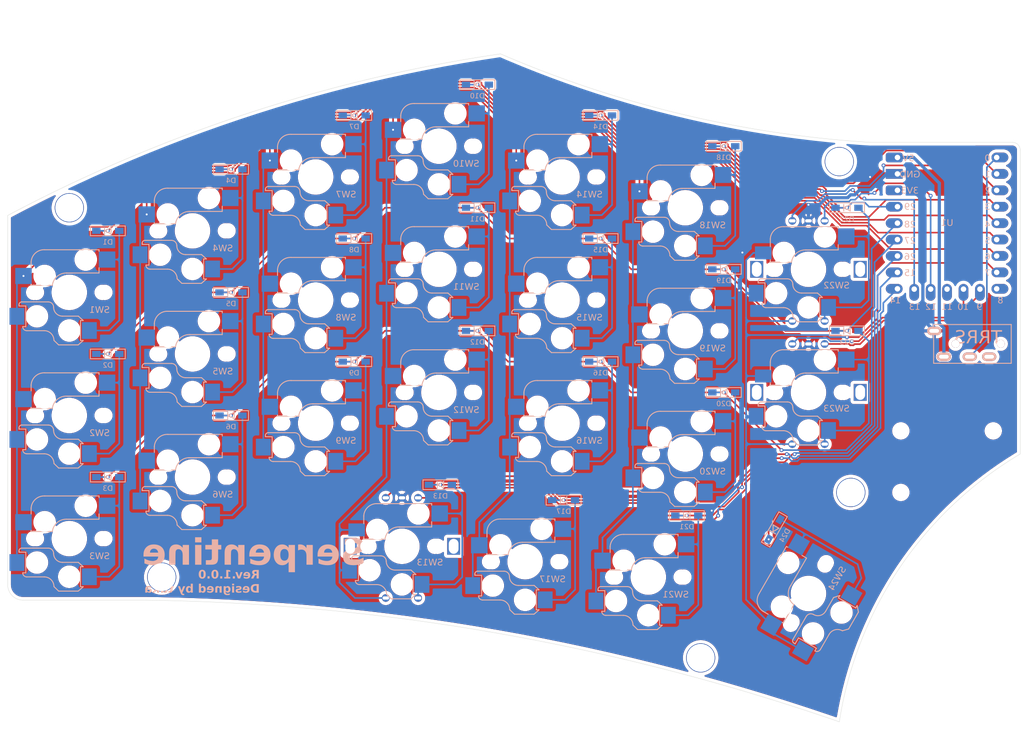
<source format=kicad_pcb>
(kicad_pcb (version 20240108) (generator "pcbnew") (generator_version "8.0")
  (layers (0 "F.Cu" signal) (31 "B.Cu" signal) (34 "B.Paste" user) (35 "F.Paste" user) (36 "B.SilkS" user "B.Silkscreen") (37 "F.SilkS" user "F.Silkscreen") (38 "B.Mask" user) (39 "F.Mask" user) (44 "Edge.Cuts" user))
  (net 0 "")
  (net 1 "Net-(D1-A)")
  (net 2 "Row0")
  (net 3 "Row1")
  (net 4 "Net-(D2-A)")
  (net 5 "Net-(D3-A)")
  (net 6 "Row2")
  (net 7 "Net-(D4-A)")
  (net 8 "Net-(D5-A)")
  (net 9 "Net-(D6-A)")
  (net 10 "Net-(D7-A)")
  (net 11 "Net-(D8-A)")
  (net 12 "Net-(D9-A)")
  (net 13 "Net-(D10-A)")
  (net 14 "Net-(D11-A)")
  (net 15 "Net-(D12-A)")
  (net 16 "Row3")
  (net 17 "Net-(D13-A)")
  (net 18 "Net-(D14-A)")
  (net 19 "Net-(D15-A)")
  (net 20 "Net-(D16-A)")
  (net 21 "Net-(D17-A)")
  (net 22 "Net-(D18-A)")
  (net 23 "Net-(D19-A)")
  (net 24 "Net-(D20-A)")
  (net 25 "Net-(D21-A)")
  (net 26 "Net-(D22-A)")
  (net 27 "Net-(D23-A)")
  (net 28 "Net-(D24-A)")
  (net 30 "+5V")
  (net 31 "DATA_L")
  (net 32 "GND")
  (net 33 "+3V3")
  (net 35 "Col0")
  (net 36 "Col1")
  (net 37 "Col2")
  (net 38 "Col3")
  (net 39 "Col4")
  (net 40 "Col5")
  (net 41 "Col6")
  (net 42 "RE3B")
  (net 43 "RE3A")
  (net 45 "RE1B")
  (net 46 "RE1A")
  (net 47 "RE2A")
  (net 48 "RE2B")
  (footprint "kbd_Parts:Diode_SMD" (layer "F.Cu") (at 182.846419 121.20944 60)
    (property "Reference" "D24")
    (property "Value" "D" (hide yes))
  )
  (footprint "kbd_Parts:Diode_SMD" (layer "F.Cu") (at 155.971876 76.199997)
    (property "Reference" "D15")
    (property "Value" "D" (hide yes))
  )
  (footprint "kbd_Hole:m2_Spacer_Hole" (layer "F.Cu") (at 171.450117 141.089159)
    (property "Reference" "Ref**" (hide yes))
    (property "Value" "Val**" (hide yes))
  )
  (footprint "kbd_Parts:Diode_SMD" (layer "F.Cu") (at 155.971875 57.149997)
    (property "Reference" "D14")
    (property "Value" "D" (hide yes))
  )
  (footprint "taka_lib:Kailh FullPOM MX_Hotswap" (layer "F.Cu") (at 130.968748 61.912495)
    (property "Reference" "SW10" (hide yes))
    (property "Value" "SW_Push" (hide yes))
  )
  (footprint "taka_lib:Kailh FullPOM MX_Hotswap" (layer "F.Cu") (at 73.818749 103.584375)
    (property "Reference" "SW2" (hide yes))
    (property "Value" "SW_Push" (hide yes))
  )
  (footprint "kbd_Hole:m2_Screw_Hole" (layer "F.Cu") (at 202.406248 115.490697 180)
    (property "Reference" "Ref**" (hide yes))
    (property "Value" "Val**" (hide yes))
  )
  (footprint "taka_lib:Kailh FullPOM MX_Hotswap" (layer "F.Cu") (at 73.818749 122.634371)
    (property "Reference" "SW3" (hide yes))
    (property "Value" "SW_Push" (hide yes))
  )
  (footprint "taka_lib:Kailh FullPOM MX_Hotswap_RE" (layer "F.Cu") (at 125.253748 123.825001)
    (property "Reference" "SW13" (hide yes))
    (property "Value" "RotaryEncoder_Switch" (hide yes))
  )
  (footprint "kbd_Parts:Diode_SMD" (layer "F.Cu") (at 79.771875 94.059374)
    (property "Reference" "D2")
    (property "Value" "D" (hide yes))
  )
  (footprint "kbd_Parts:Diode_SMD" (layer "F.Cu") (at 150.256874 116.681249)
    (property "Reference" "D17")
    (property "Value" "D" (hide yes))
  )
  (footprint "kbd_Parts:Diode_SMD" (layer "F.Cu") (at 175.021873 80.962497)
    (property "Reference" "D19")
    (property "Value" "D" (hide yes))
  )
  (footprint "taka_lib:Kailh FullPOM MX_Hotswap" (layer "F.Cu") (at 169.06875 90.4875)
    (property "Reference" "SW19" (hide yes))
    (property "Value" "SW_Push" (hide yes))
  )
  (footprint "taka_lib:Kailh FullPOM MX_Hotswap" (layer "F.Cu") (at 169.06875 109.5375)
    (property "Reference" "SW20" (hide yes))
    (property "Value" "SW_Push" (hide yes))
  )
  (footprint "taka_lib:Kailh FullPOM MX_Hotswap" (layer "F.Cu") (at 163.353749 128.5875)
    (property "Reference" "SW21" (hide yes))
    (property "Value" "SW_Push" (hide yes))
  )
  (footprint "kbd_Hole:m2_Spacer_Hole" (layer "F.Cu") (at 194.667193 115.490654)
    (property "Reference" "Ref**" (hide yes))
    (property "Value" "Val**" (hide yes))
  )
  (footprint "taka_lib:Kailh FullPOM MX_Hotswap" (layer "F.Cu") (at 73.818749 84.534375)
    (property "Reference" "SW1" (hide yes))
    (property "Value" "SW_Push" (hide yes))
  )
  (footprint "kbd_Parts:Diode_SMD" (layer "F.Cu") (at 117.871875 57.149998)
    (property "Reference" "D7")
    (property "Value" "D" (hide yes))
  )
  (footprint "kbd_Parts:Diode_SMD" (layer "F.Cu") (at 98.821875 84.534374)
    (property "Reference" "D5")
    (property "Value" "D" (hide yes))
  )
  (footprint "kbd_Parts:Diode_SMD" (layer "F.Cu") (at 169.306874 119.062499)
    (property "Reference" "D21")
    (property "Value" "D" (hide yes))
  )
  (footprint "kbd_Parts:Diode_SMD" (layer "F.Cu") (at 98.821875 103.584374)
    (property "Reference" "D6")
    (property "Value" "D" (hide yes))
  )
  (footprint "taka_lib:Kailh FullPOM MX_Hotswap" (layer "F.Cu") (at 111.918747 66.674996)
    (property "Reference" "SW7" (hide yes))
    (property "Value" "SW_Push" (hide yes))
  )
  (footprint "taka_lib:Kailh FullPOM MX_Hotswap" (layer "F.Cu") (at 92.868749 94.059375)
    (property "Reference" "SW5" (hide yes))
    (property "Value" "SW_Push" (hide yes))
  )
  (footprint "taka_lib:Kailh FullPOM MX_Hotswap" (layer "F.Cu") (at 92.868747 113.109376)
    (property "Reference" "SW6" (hide yes))
    (property "Value" "SW_Push" (hide yes))
  )
  (footprint "taka_lib:Kailh FullPOM MX_Hotswap" (layer "F.Cu") (at 92.868746 75.009375)
    (property "Reference" "SW4" (hide yes))
    (property "Value" "SW_Push" (hide yes))
  )
  (footprint "taka_lib:Kailh FullPOM MX_Hotswap" (layer "F.Cu") (at 150.018748 85.725)
    (property "Reference" "SW15" (hide yes))
    (property "Value" "SW_Push" (hide yes))
  )
  (footprint "kbd_Parts:Diode_SMD" (layer "F.Cu") (at 79.771874 113.10945)
    (property "Reference" "D3")
    (property "Value" "D" (hide yes))
  )
  (footprint "taka_lib:Kailh FullPOM MX_Hotswap_RE" (layer "F.Cu") (at 188.11875 100.0125)
    (property "Reference" "SW23" (hide yes))
    (property "Value" "RotaryEncoder_Switch" (hide yes))
  )
  (footprint "kbd_Parts:Diode_SMD" (layer "F.Cu") (at 98.821875 65.484374)
    (property "Reference" "D4")
    (property "Value" "D" (hide yes))
  )
  (footprint "kbd_Hole:m2_Spacer_Hole" (layer "F.Cu") (at 192.881247 64.293749)
    (property "Reference" "Ref**" (hide yes))
    (property "Value" "Val**" (hide yes))
  )
  (footprint "kbd_Parts:Diode_SMD" (layer "F.Cu") (at 136.921875 52.387496)
    (property "Reference" "D10")
    (property "Value" "D" (hide yes))
  )
  (footprint "kbd_Parts:Diode_SMD" (layer "F.Cu") (at 79.771875 75.009374)
    (property "Reference" "D1")
    (property "Value" "D" (hide yes))
  )
  (footprint "taka_lib:Kailh FullPOM MX_Hotswap" (layer "F.Cu") (at 111.918749 85.724999)
    (property "Reference" "SW8" (hide yes))
    (property "Value" "SW_Push" (hide yes))
  )
  (footprint "taka_lib:Kailh FullPOM MX_Hotswap" (layer "F.Cu") (at 130.96875 100.012501)
    (property "Reference" "SW12" (hide yes))
    (property "Value" "SW_Push" (hide yes))
  )
  (footprint "kbd_Parts:Diode_SMD" (layer "F.Cu") (at 117.871875 76.199998)
    (property "Reference" "D8")
    (property "Value" "D" (hide yes))
  )
  (footprint "kbd_Hole:m2_Screw_Hole" (layer "F.Cu") (at 202.406249 105.965624)
    (property "Reference" "Ref**" (hide yes))
    (property "Value" "Val**" (hide yes))
  )
  (footprint "kbd_Parts:Diode_SMD" (layer "F.Cu") (at 131.206874 114.299999)
    (property "Reference" "D13")
    (property "Value" "D" (hide yes))
  )
  (footprint "taka_lib:Kailh FullPOM MX_Hotswap" (layer "F.Cu") (at 188.118751 131.127498 60)
    (property "Reference" "SW24" (hide yes))
    (property "Value" "SW_Push" (hide yes))
  )
  (footprint "kbd_Parts:Diode_SMD" (layer "F.Cu") (at 117.871875 95.249998)
    (property "Reference" "D9")
    (property "Value" "D" (hide yes))
  )
  (footprint "taka_lib:Kailh FullPOM MX_Hotswap" (layer "F.Cu") (at 150.018748 66.674997)
    (property "Reference" "SW14" (hide yes))
    (property "Value" "SW_Push" (hide yes))
  )
  (footprint "kbd_Parts:Diode_SMD" (layer "F.Cu") (at 136.921876 90.487497)
    (property "Reference" "D12")
    (property "Value" "D" (hide yes))
  )
  (footprint "kbd_Parts:Diode_SMD" (layer "F.Cu") (at 155.971876 95.249997)
    (property "Reference" "D16")
    (property "Value" "D" (hide yes))
  )
  (footprint "kbd_Parts:Diode_SMD" (layer "F.Cu") (at 175.021876 100.012499)
    (property "Reference" "D20")
    (property "Value" "D" (hide yes))
  )
  (footprint "taka_lib:Kailh FullPOM MX_Hotswap" (layer "F.Cu") (at 144.303748 126.206251)
    (property "Reference" "SW17" (hide yes))
    (property "Value" "SW_Push" (hide yes))
  )
  (footprint "kbd_Hole:m2_Screw_Hole" (layer "F.Cu") (at 216.693749 105.965622)
    (property "Reference" "Ref**" (hide yes))
    (property "Value" "Val**" (hide yes))
  )
  (footprint "kbd_Hole:m2_Spacer_Hole" (layer "F.Cu") (at 73.81875 71.437499)
    (property "Reference" "Ref**" (hide yes))
    (property "Value" "Val**" (hide yes))
  )
  (footprint "taka_lib:Kailh FullPOM MX_Hotswap" (layer "F.Cu") (at 111.918749 104.774999)
    (property "Reference" "SW9" (hide yes))
    (property "Value" "SW_Push" (hide yes))
  )
  (footprint "kbd_Parts:Diode_SMD" (layer "F.Cu") (at 194.071873 90.487498)
    (property "Reference" "D23")
    (property "Value" "D" (hide yes))
  )
  (footprint "kbd_Hole:m2_Spacer_Hole" (layer "F.Cu") (at 88.106248 128.587499)
    (property "Reference" "Ref**" (hide yes))
    (property "Value" "Val**" (hide yes))
  )
  (footprint "kbd_Parts:Diode_SMD" (layer "F.Cu") (at 136.921875 71.437498)
    (property "Reference" "D11")
    (property "Value" "D" (hide yes))
  )
  (footprint "taka_lib:Kailh FullPOM MX_Hotswap_RE" (layer "F.Cu") (at 188.11875 80.9625)
    (property "Reference" "SW22" (hide yes))
    (property "Value" "RotaryEncoder_Switch" (hide yes))
  )
  (footprint "taka_lib:Kailh FullPOM MX_Hotswap" (layer "F.Cu") (at 130.968748 80.962497)
    (property "Reference" "SW11" (hide yes))
    (property "Value" "SW_Push" (hide yes))
  )
  (footprint "kbd_Parts:Diode_SMD" (layer "F.Cu") (at 175.021876 61.912499)
    (property "Reference" "D18")
    (property "Value" "D" (hide yes))
  )
  (footprint "taka_lib:Kailh FullPOM MX_Hotswap" (layer "F.Cu") (at 150.018751 104.775)
    (property "Reference" "SW16" (hide yes))
    (property "Value" "SW_Push" (hide yes))
  )
  (footprint "kbd_Parts:Diode_SMD" (layer "F.Cu") (at 194.071872 71.4375)
    (property "Reference" "D22")
    (property "Value" "D" (hide yes))
  )
  (footprint "taka_lib:Kailh FullPOM MX_Hotswap" (layer "F.Cu") (at 169.068749 71.437496)
    (property "Reference" "SW18" (hide yes))
    (property "Value" "SW_Push" (hide yes))
  )
  (footprint "taka_lib:RP2040 Zero" (layer "F.Cu") (at 209.549998 73.818795)
    (property "Reference" "U1")
    (property "Value" "RP2040-Zero")
  )
  (footprint "taka_lib:TRRS_MJ-4PP-9_1" (layer "B.Cu") (at 213.360964 92.487498 90)
    (property "Reference" "JACK1")
    (property "Value" "MJ-4PP-9" (hide yes))
  )
  (gr_arc (start 66.67503 132.159465) (mid 64.991148 131.462097) (end 64.29378 129.778215) (stroke (width 0.05)) (layer "Edge.Cuts"))
  (gr_line (start 66.67503 132.159465) (end 85.72503 132.159465) (stroke (width 0.05)) (layer "Edge.Cuts"))
  (gr_arc (start 197.643757 61.317248) (mid 168.475663 56.946823) (end 140.493843 47.625019) (stroke (width 0.05)) (layer "Edge.Cuts"))
  (gr_arc (start 219.670344 61.317228) (mid 220.512277 61.665929) (end 220.860965 62.507854) (stroke (width 0.05)) (layer "Edge.Cuts"))
  (gr_arc (start 192.893224 150.985493) (mid 202.23552 127.129554) (end 220.860965 109.537592) (stroke (width 0.05)) (layer "Edge.Cuts"))
  (gr_arc (start 85.72503 132.159465) (mid 140.063329 137.279145) (end 192.893224 150.985493) (stroke (width 0.05)) (layer "Edge.Cuts"))
  (gr_line (start 220.860995 109.537593) (end 220.860965 62.507854) (stroke (width 0.05)) (layer "Edge.Cuts"))
  (gr_arc (start 64.293749 72.628125) (mid 101.321702 56.859371) (end 140.493748 47.624997) (stroke (width 0.05)) (layer "Edge.Cuts"))
  (gr_line (start 197.643755 61.317168) (end 219.670344 61.317228) (stroke (width 0.05)) (layer "Edge.Cuts"))
  (gr_line (start 64.293751 129.778215) (end 64.293749 72.628215) (stroke (width 0.05)) (layer "Edge.Cuts"))
  (gr_text "Rev.1.0.0\nDesigned by taka" (at 103.286541 131.213018 0) (layer "B.SilkS") (effects (font (size 1.3 1.3) (thickness 0.25) (bold yes)) (justify left bottom mirror)))
  (gr_text "Serpentine" (at 102.393748 125.015625 0) (layer "B.SilkS") (effects (font (size 4 4) (thickness 0.3) (bold yes)) (justify mirror)))
  (segment (start 81.546875 88.850624) (end 79.963124 90.434374) (width 0.25) (layer "B.Cu") (net 1))
  (segment (start 79.660749 79.454375) (end 81.090537 79.454375) (width 0.25) (layer "B.Cu") (net 1))
  (segment (start 81.546875 79.910712) (end 81.546875 88.850624) (width 0.25) (layer "B.Cu") (net 1))
  (segment (start 81.546875 79.017744) (end 81.546875 79.910712) (width 0.25) (layer "B.Cu") (net 1))
  (segment (start 79.660749 79.454375) (end 81.110245 79.454375) (width 0.25) (layer "B.Cu") (net 1))
  (segment (start 79.963124 90.434374) (end 76.918749 90.434375) (width 0.25) (layer "B.Cu") (net 1))
  (segment (start 81.546875 75.009374) (end 81.546875 79.017744) (width 0.25) (layer "B.Cu") (net 1))
  (arc (start 81.110245 79.454375) (mid 81.418989 79.326488) (end 81.546875 79.017744) (width 0.25) (layer "B.Cu") (net 1))
  (arc (start 81.090537 79.454375) (mid 81.413216 79.588033) (end 81.546875 79.910712) (width 0.25) (layer "B.Cu") (net 1))
  (segment (start 141.684375 57.149999) (end 155.971875 57.149999) (width 0.25) (layer "F.Cu") (net 2))
  (segment (start 190.32589 68.10245) (end 181.211826 68.10245) (width 0.25) (layer "F.Cu") (net 2))
  (segment (start 192.881109 71.4375) (end 190.827056 69.383447) (width 0.25) (layer "F.Cu") (net 2))
  (segment (start 122.634375 52.387499) (end 136.921875 52.387499) (width 0.25) (layer "F.Cu") (net 2))
  (segment (start 190.827056 68.603616) (end 190.32589 68.10245) (width 0.25) (layer "F.Cu") (net 2))
  (segment (start 194.071872 71.4375) (end 192.881109 71.4375) (width 0.25) (layer "F.Cu") (net 2))
  (segment (start 155.971875 57.149999) (end 160.734375 61.912499) (width 0.25) (layer "F.Cu") (net 2))
  (segment (start 117.871875 57.149999) (end 122.634375 52.387499) (width 0.25) (layer "F.Cu") (net 2))
  (segment (start 160.734375 61.912499) (end 175.021875 61.912499) (width 0.25) (layer "F.Cu") (net 2))
  (segment (start 89.296875 65.484374) (end 98.821875 65.484374) (width 0.25) (layer "F.Cu") (net 2))
  (segment (start 136.921875 52.387499) (end 141.684375 57.149999) (width 0.25) (layer "F.Cu") (net 2))
  (segment (start 107.15625 57.149999) (end 117.871875 57.149999) (width 0.25) (layer "F.Cu") (net 2))
  (segment (start 190.827056 69.383447) (end 190.827056 68.603616) (width 0.25) (layer "F.Cu") (net 2))
  (segment (start 98.821875 65.484374) (end 107.15625 57.149999) (width 0.25) (layer "F.Cu") (net 2))
  (segment (start 79.771875 75.009374) (end 89.296875 65.484374) (width 0.25) (layer "F.Cu") (net 2))
  (segment (start 181.211826 68.10245) (end 175.021875 61.912499) (width 0.25) (layer "F.Cu") (net 2))
  (via (at 136.921875 52.387499) (size 0.6) (drill 0.3) (layers "F.Cu" "B.Cu") (net 2))
  (via (at 98.821875 65.484374) (size 0.6) (drill 0.3) (layers "F.Cu" "B.Cu") (net 2))
  (via (at 155.971875 57.149999) (size 0.6) (drill 0.3) (layers "F.Cu" "B.Cu") (net 2))
  (via (at 175.021875 61.912499) (size 0.6) (drill 0.3) (layers "F.Cu" "B.Cu") (net 2))
  (via (at 117.871875 57.149999) (size 0.6) (drill 0.3) (layers "F.Cu" "B.Cu") (net 2))
  (via (at 194.071872 71.4375) (size 0.6) (drill 0.3) (layers "F.Cu" "B.Cu") (net 2))
  (via (at 79.771875 75.009374) (size 0.6) (drill 0.3) (layers "F.Cu" "B.Cu") (net 2))
  (segment (start 201.879998 71.278795) (end 197.4849 71.278795) (width 0.25) (layer "B.Cu") (net 2))
  (segment (start 175.021875 61.912499) (end 173.246876 61.912499) (width 0.25) (layer "B.Cu") (net 2))
  (segment (start 155.971875 57.149999) (end 154.196877 57.149999) (width 0.25) (layer "B.Cu") (net 2))
  (segment (start 196.843605 70.6375) (end 194.871872 70.6375) (width 0.25) (layer "B.Cu") (net 2))
  (segment (start 117.871875 57.149999) (end 116.096876 57.149999) (width 0.25) (layer "B.Cu") (net 2))
  (segment (start 194.871872 70.6375) (end 194.071872 71.4375) (width 0.25) (layer "B.Cu") (net 2))
  (segment (start 194.071872 71.4375) (end 192.296874 71.4375) (width 0.25) (layer "B.Cu") (net 2))
  (segment (start 197.4849 71.278795) (end 196.843605 70.6375) (width 0.25) (layer "B.Cu") (net 2))
  (segment (start 98.821875 65.484374) (end 97.046875 65.484374) (width 0.25) (layer "B.Cu") (net 2))
  (segment (start 77.996875 75.009374) (end 79.771875 75.009374) (width 0.25) (layer "B.Cu") (net 2))
  (segment (start 136.921875 52.387499) (end 135.146878 52.387499) (width 0.25) (layer "B.Cu") (net 2))
  (segment (start 79.771875 94.059374) (end 89.296875 84.534374) (width 0.25) (layer "F.Cu") (net 3))
  (segment (start 194.071858 90.487516) (end 184.546892 90.487516) (width 0.25) (layer "F.Cu") (net 3))
  (segment (start 155.971875 76.199999) (end 160.734375 80.962499) (width 0.25) (layer "F.Cu") (net 3))
  (segment (start 89.296875 84.534374) (end 98.821875 84.534374) (width 0.25) (layer "F.Cu") (net 3))
  (segment (start 141.684375 76.199999) (end 155.971875 76.199999) (width 0.25) (layer "F.Cu") (net 3))
  (segment (start 160.734375 80.962499) (end 175.021875 80.962499) (width 0.25) (layer "F.Cu") (net 3))
  (segment (start 184.546892 90.487516) (end 175.021875 80.962499) (width 0.25) (layer "F.Cu") (net 3))
  (segment (start 122.634375 71.437499) (end 136.921875 71.437499) (width 0.25) (layer "F.Cu") (net 3))
  (segment (start 136.921875 71.437499) (end 141.684375 76.199999) (width 0.25) (layer "F.Cu") (net 3))
  (segment (start 107.15625 76.199999) (end 117.871875 76.199999) (width 0.25) (layer "F.Cu") (net 3))
  (segment (start 117.871875 76.199999) (end 122.634375 71.437499) (width 0.25) (layer "F.Cu") (net 3))
  (segment (start 194.071876 90.487498) (end 194.071858 90.487516) (width 0.25) (layer "F.Cu") (net 3))
  (segment (start 98.821875 84.534374) (end 107.15625 76.199999) (width 0.25) (layer "F.Cu") (net 3))
  (via (at 136.921875 71.437499) (size 0.6) (drill 0.3) (layers "F.Cu" "B.Cu") (net 3))
  (via (at 175.021875 80.962499) (size 0.6) (drill 0.3) (layers "F.Cu" "B.Cu") (net 3))
  (via (at 98.821875 84.534374) (size 0.6) (drill 0.3) (layers "F.Cu" "B.Cu") (net 3))
  (via (at 79.771875 94.059374) (size 0.6) (drill 0.3) (layers "F.Cu" "B.Cu") (net 3))
  (via (at 194.071876 90.487498) (size 0.6) (drill 0.3) (layers "F.Cu" "B.Cu") (net 3))
  (via (at 117.871875 76.199999) (size 0.6) (drill 0.3) (layers "F.Cu" "B.Cu") (net 3))
  (via (at 155.971875 76.199999) (size 0.6) (drill 0.3) (layers "F.Cu" "B.Cu") (net 3))
  (segment (start 136.921875 71.437499) (end 135.146878 71.437499) (width 0.25) (layer "B.Cu") (net 3))
  (segment (start 117.871875 76.199999) (end 116.096876 76.199999) (width 0.25) (layer "B.Cu") (net 3))
  (segment (start 98.821875 84.534374) (end 97.046875 84.534374) (width 0.25) (layer "B.Cu") (net 3))
  (segment (start 175.021875 80.962499) (end 173.246876 80.962499) (width 0.25) (layer "B.Cu") (net 3))
  (segment (start 194.071876 90.487498) (end 197.89375 86.665624) (width 0.25) (layer "B.Cu") (net 3))
  (segment (start 197.89375 77.774763) (end 201.849718 73.818795) (width 0.25) (layer "B.Cu") (net 3))
  (segment (start 197.89375 86.665624) (end 197.89375 77.774763) (width 0.25) (layer "B.Cu") (net 3))
  (segment (start 77.996875 94.059374) (end 79.771875 94.059374) (width 0.25) (layer "B.Cu") (net 3))
  (segment (start 194.071876 90.487498) (end 192.296873 90.487498) (width 0.25) (layer "B.Cu") (net 3))
  (segment (start 155.971875 76.199999) (end 154.196877 76.199999) (width 0.25) (layer "B.Cu") (net 3))
  (segment (start 79.963124 109.484375) (end 76.918749 109.484375) (width 0.25) (layer "B.Cu") (net 4))
  (segment (start 81.546875 94.059374) (end 81.546875 98.067744) (width 0.25) (layer "B.Cu") (net 4))
  (segment (start 81.546875 98.960712) (end 81.546875 107.900624) (width 0.25) (layer "B.Cu") (net 4))
  (segment (start 79.660749 98.504375) (end 81.110245 98.504375) (width 0.25) (layer "B.Cu") (net 4))
  (segment (start 81.546875 98.067744) (end 81.546875 98.960712) (width 0.25) (layer "B.Cu") (net 4))
  (segment (start 81.546875 107.900624) (end 79.963124 109.484375) (width 0.25) (layer "B.Cu") (net 4))
  (segment (start 79.660749 98.504375) (end 81.090538 98.504375) (width 0.25) (layer "B.Cu") (net 4))
  (arc (start 81.090538 98.504375) (mid 81.413216 98.638033) (end 81.546875 98.960712) (width 0.25) (layer "B.Cu") (net 4))
  (arc (start 81.110245 98.504375) (mid 81.418989 98.376489) (end 81.546875 98.067744) (width 0.25) (layer "B.Cu") (net 4))
  (segment (start 81.546875 113.109374) (end 81.546875 117.117744) (width 0.25) (layer "B.Cu") (net 5))
  (segment (start 79.660749 117.554375) (end 81.090538 117.554375) (width 0.25) (layer "B.Cu") (net 5))
  (segment (start 79.660749 117.554375) (end 81.110245 117.554375) (width 0.25) (layer "B.Cu") (net 5))
  (segment (start 81.546875 118.010712) (end 81.546875 126.950624) (width 0.25) (layer "B.Cu") (net 5))
  (segment (start 81.546875 117.117744) (end 81.546875 118.010712) (width 0.25) (layer "B.Cu") (net 5))
  (segment (start 79.963124 128.534375) (end 76.918749 128.534375) (width 0.25) (layer "B.Cu") (net 5))
  (segment (start 81.546875 126.950624) (end 79.963124 128.534375) (width 0.25) (layer "B.Cu") (net 5))
  (arc (start 81.090538 117.554375) (mid 81.413217 117.688033) (end 81.546875 118.010712) (width 0.25) (layer "B.Cu") (net 5))
  (arc (start 81.110245 117.554375) (mid 81.418989 117.426489) (end 81.546875 117.117744) (width 0.25) (layer "B.Cu") (net 5))
  (segment (start 122.634374 90.487575) (end 136.921874 90.487575) (width 0.25) (layer "F.Cu") (net 6))
  (segment (start 89.296874 103.58445) (end 98.821874 103.58445) (width 0.25) (layer "F.Cu") (net 6))
  (segment (start 79.771874 113.10945) (end 89.296874 103.58445) (width 0.25) (layer "F.Cu") (net 6))
  (segment (start 107.156249 95.250075) (end 117.871874 95.250075) (width 0.25) (layer "F.Cu") (net 6))
  (segment (start 155.971874 95.250075) (end 160.734374 100.012575) (width 0.25) (layer "F.Cu") (net 6))
  (segment (start 98.821874 103.58445) (end 107.156249 95.250075) (width 0.25) (layer "F.Cu") (net 6))
  (segment (start 141.684374 95.250075) (end 155.971874 95.250075) (width 0.25) (layer "F.Cu") (net 6))
  (segment (start 117.871874 95.250075) (end 122.634374 90.487575) (width 0.25) (layer "F.Cu") (net 6))
  (segment (start 160.734374 100.012575) (end 175.021874 100.012575) (width 0.25) (layer "F.Cu") (net 6))
  (segment (start 183.951595 108.942296) (end 175.021874 100.012575) (width 0.25) (layer "F.Cu") (net 6))
  (segment (start 136.921874 90.487575) (end 141.684374 95.250075) (width 0.25) (layer "F.Cu") (net 6))
  (via (at 79.771874 113.10945) (size 0.6) (drill 0.3) (layers "F.Cu" "B.Cu") (net 6))
  (via (at 136.921874 90.487575) (size 0.6) (drill 0.3) (layers "F.Cu" "B.Cu") (net 6))
  (via (at 117.871874 95.250075) (size 0.6) (drill 0.3) (layers "F.Cu" "B.Cu") (net 6))
  (via (at 155.971874 95.250075) (size 0.6) (drill 0.3) (layers "F.Cu" "B.Cu") (net 6))
  (via (at 98.821874 103.58445) (size 0.6) (drill 0.3) (layers "F.Cu" "B.Cu") (net 6))
  (via (at 183.951595 108.942296) (size 0.6) (drill 0.3) (layers "F.Cu" "B.Cu") (net 6))
  (via (at 175.021874 100.012575) (size 0.6) (drill 0.3) (layers "F.Cu" "B.Cu") (net 6))
  (segment (start 198.34375 79.864763) (end 201.849718 76.358795) (width 0.25) (layer "B.Cu") (net 6))
  (segment (start 197.904549 104.961572) (end 197.904549 87.291221) (width 0.25) (layer "B.Cu") (net 6))
  (segment (start 183.951595 108.942296) (end 193.923825 108.942296) (width 0.25) (layer "B.Cu") (net 6))
  (segment (start 175.021874 100.012575) (end 173.246875 100.012575) (width 0.25) (layer "B.Cu") (net 6))
  (segment (start 77.996874 113.10945) (end 79.771874 113.10945) (width 0.25) (layer "B.Cu") (net 6))
  (segment (start 193.923825 108.942296) (end 197.904549 104.961572) (width 0.25) (layer "B.Cu") (net 6))
  (segment (start 117.871874 95.250075) (end 116.096875 95.250075) (width 0.25) (layer "B.Cu") (net 6))
  (segment (start 155.971874 95.250075) (end 154.196876 95.250075) (width 0.25) (layer "B.Cu") (net 6))
  (segment (start 198.34375 86.85202) (end 198.34375 79.864763) (width 0.25) (layer "B.Cu") (net 6))
  (segment (start 136.921874 90.487575) (end 135.146877 90.487575) (width 0.25) (layer "B.Cu") (net 6))
  (segment (start 98.821874 103.58445) (end 97.046874 103.58445) (width 0.25) (layer "B.Cu") (net 6))
  (segment (start 197.904549 87.291221) (end 198.34375 86.85202) (width 0.25) (layer "B.Cu") (net 6))
  (segment (start 98.710749 69.929375) (end 100.140537 69.929375) (width 0.25) (layer "B.Cu") (net 7))
  (segment (start 99.013124 80.909374) (end 95.968749 80.909375) (width 0.25) (layer "B.Cu") (net 7))
  (segment (start 100.596875 69.492744) (end 100.596875 70.385712) (width 0.25) (layer "B.Cu") (net 7))
  (segment (start 100.596875 70.385712) (end 100.596875 79.325624) (width 0.25) (layer "B.Cu") (net 7))
  (segment (start 100.596875 65.484374) (end 100.596875 69.492744) (width 0.25) (layer "B.Cu") (net 7))
  (segment (start 98.710749 69.929375) (end 100.160245 69.929375) (width 0.25) (layer "B.Cu") (net 7))
  (segment (start 100.596875 79.325624) (end 99.013124 80.909374) (width 0.25) (layer "B.Cu") (net 7))
  (arc (start 100.140537 69.929375) (mid 100.463217 70.063033) (end 100.596875 70.385712) (width 0.25) (layer "B.Cu") (net 7))
  (arc (start 100.160245 69.929375) (mid 100.46899 69.801488) (end 100.596875 69.492744) (width 0.25) (layer "B.Cu") (net 7))
  (segment (start 100.596875 84.534374) (end 100.596875 88.542744) (width 0.25) (layer "B.Cu") (net 8))
  (segment (start 99.013124 99.959374) (end 95.968749 99.959375) (width 0.25) (layer "B.Cu") (net 8))
  (segment (start 98.710749 88.979375) (end 100.140537 88.979375) (width 0.25) (layer "B.Cu") (net 8))
  (segment (start 100.596875 89.435712) (end 100.596875 98.375624) (width 0.25) (layer "B.Cu") (net 8))
  (segment (start 98.710749 88.979375) (end 100.160245 88.979375) (width 0.25) (layer "B.Cu") (net 8))
  (segment (start 100.596875 98.375624) (end 99.013124 99.959374) (width 0.25) (layer "B.Cu") (net 8))
  (segment (start 100.596875 88.542744) (end 100.596875 89.435712) (width 0.25) (layer "B.Cu") (net 8))
  (arc (start 100.140537 88.979375) (mid 100.463217 89.113033) (end 100.596875 89.435712) (width 0.25) (layer "B.Cu") (net 8))
  (arc (start 100.160245 88.979375) (mid 100.468989 88.851488) (end 100.596875 88.542744) (width 0.25) (layer "B.Cu") (net 8))
  (segment (start 100.596875 107.592744) (end 100.596875 108.485712) (width 0.25) (layer "B.Cu") (net 9))
  (segment (start 99.013124 119.009375) (end 95.968749 119.009375) (width 0.25) (layer "B.Cu") (net 9))
  (segment (start 98.710749 108.029375) (end 100.140538 108.029375) (width 0.25) (layer "B.Cu") (net 9))
  (segment (start 100.596875 103.584374) (end 100.596875 107.592744) (width 0.25) (layer "B.Cu") (net 9))
  (segment (start 98.710749 108.029375) (end 100.160245 108.029375) (width 0.25) (layer "B.Cu") (net 9))
  (segment (start 100.596875 108.485712) (end 100.596875 117.425624) (width 0.25) (layer "B.Cu") (net 9))
  (segment (start 100.596875 117.425624) (end 99.013124 119.009375) (width 0.25) (layer "B.Cu") (net 9))
  (arc (start 100.160245 108.029375) (mid 100.468989 107.901489) (end 100.596875 107.592744) (width 0.25) (layer "B.Cu") (net 9))
  (arc (start 100.140538 108.029375) (mid 100.463217 108.163033) (end 100.596875 108.485712) (width 0.25) (layer "B.Cu") (net 9))
  (segment (start 117.76075 61.594999) (end 119.190537 61.594999) (width 0.25) (layer "B.Cu") (net 10))
  (segment (start 119.646875 62.051338) (end 119.646875 70.991249) (width 0.25) (layer "B.Cu") (net 10))
  (segment (start 119.646875 70.991249) (end 118.063124 72.575001) (width 0.25) (layer "B.Cu") (net 10))
  (segment (start 119.646875 57.149999) (end 119.646875 61.15837) (width 0.25) (layer "B.Cu") (net 10))
  (segment (start 118.063124 72.575001) (end 115.018748 72.575) (width 0.25) (layer "B.Cu") (net 10))
  (segment (start 119.646875 61.15837) (end 119.646875 62.051338) (width 0.25) (layer "B.Cu") (net 10))
  (segment (start 117.76075 61.594999) (end 119.210244 61.595) (width 0.25) (layer "B.Cu") (net 10))
  (arc (start 119.210244 61.595) (mid 119.518989 61.467114) (end 119.646875 61.15837) (width 0.25) (layer "B.Cu") (net 10))
  (arc (start 119.190537 61.594999) (mid 119.513217 61.728658) (end 119.646875 62.051338) (width 0.25) (layer "B.Cu") (net 10))
  (segment (start 118.063124 91.625001) (end 115.018748 91.625) (width 0.25) (layer "B.Cu") (net 11))
  (segment (start 117.76075 80.644999) (end 119.190537 80.644999) (width 0.25) (layer "B.Cu") (net 11))
  (segment (start 119.646875 76.199999) (end 119.646875 80.20837) (width 0.25) (layer "B.Cu") (net 11))
  (segment (start 119.646876 81.101339) (end 119.646875 90.041249) (width 0.25) (layer "B.Cu") (net 11))
  (segment (start 117.76075 80.644999) (end 119.210244 80.645) (width 0.25) (layer "B.Cu") (net 11))
  (segment (start 119.646875 80.20837) (end 119.646876 81.101339) (width 0.25) (layer "B.Cu") (net 11))
  (segment (start 119.646875 90.041249) (end 118.063124 91.625001) (width 0.25) (layer "B.Cu") (net 11))
  (arc (start 119.190537 80.644999) (mid 119.513217 80.778658) (end 119.646876 81.101339) (width 0.25) (layer "B.Cu") (net 11))
  (arc (start 119.210244 80.645) (mid 119.518989 80.517114) (end 119.646875 80.20837) (width 0.25) (layer "B.Cu") (net 11))
  (segment (start 119.646876 95.249999) (end 119.646876 99.258371) (width 0.25) (layer "B.Cu") (net 12))
  (segment (start 117.760749 99.694999) (end 119.190537 99.694999) (width 0.25) (layer "B.Cu") (net 12))
  (segment (start 118.063125 110.675) (end 115.018748 110.675) (width 0.25) (layer "B.Cu") (net 12))
  (segment (start 119.646876 99.258371) (end 119.646876 100.151339) (width 0.25) (layer "B.Cu") (net 12))
  (segment (start 119.646875 109.091249) (end 118.063125 110.675) (width 0.25) (layer "B.Cu") (net 12))
  (segment (start 119.646876 100.151339) (end 119.646875 109.091249) (width 0.25) (layer "B.Cu") (net 12))
  (segment (start 117.760749 99.694999) (end 119.210244 99.695) (width 0.25) (layer "B.Cu") (net 12))
  (arc (start 119.210244 99.695) (mid 119.518989 99.567114) (end 119.646876 99.258371) (width 0.25) (layer "B.Cu") (net 12))
  (arc (start 119.190537 99.694999) (mid 119.513218 99.828657) (end 119.646876 100.151339) (width 0.25) (layer "B.Cu") (net 12))
  (segment (start 136.81075 56.832499) (end 138.260244 56.832499) (width 0.25) (layer "B.Cu") (net 13))
  (segment (start 137.113124 67.812501) (end 134.068748 67.8125) (width 0.25) (layer "B.Cu") (net 13))
  (segment (start 138.696875 57.288838) (end 138.696875 66.22875) (width 0.25) (layer "B.Cu") (net 13))
  (segment (start 138.696875 66.22875) (end 137.113124 67.812501) (width 0.25) (layer "B.Cu") (net 13))
  (segment (start 138.696875 56.39587) (end 138.696875 57.288838) (width 0.25) (layer "B.Cu") (net 13))
  (segment (start 136.81075 56.832499) (end 138.240537 56.832499) (width 0.25) (layer "B.Cu") (net 13))
  (segment (start 138.696876 52.387499) (end 138.696875 56.39587) (width 0.25) (layer "B.Cu") (net 13))
  (arc (start 138.260244 56.832499) (mid 138.568989 56.704615) (end 138.696875 56.39587) (width 0.25) (layer "B.Cu") (net 13))
  (arc (start 138.240537 56.832499) (mid 138.563217 56.966158) (end 138.696875 57.288838) (width 0.25) (layer "B.Cu") (net 13))
  (segment (start 137.113125 86.8625) (end 134.068748 86.8625) (width 0.25) (layer "B.Cu") (net 14))
  (segment (start 138.696875 76.338838) (end 138.696875 85.27875) (width 0.25) (layer "B.Cu") (net 14))
  (segment (start 136.810749 75.882499) (end 138.260244 75.8825) (width 0.25) (layer "B.Cu") (net 14))
  (segment (start 138.696876 71.437499) (end 138.696875 75.44587) (width 0.25) (layer "B.Cu") (net 14))
  (segment (start 138.696875 75.44587) (end 138.696875 76.338838) (width 0.25) (layer "B.Cu") (net 14))
  (segment (start 138.696875 85.27875) (end 137.113125 86.8625) (width 0.25) (layer "B.Cu") (net 14))
  (segment (start 136.810749 75.882499) (end 138.240537 75.882499) (width 0.25) (layer "B.Cu") (net 14))
  (arc (start 138.240537 75.882499) (mid 138.563217 76.016158) (end 138.696875 76.338838) (width 0.25) (layer "B.Cu") (net 14))
  (arc (start 138.260244 75.8825) (mid 138.568989 75.754615) (end 138.696875 75.44587) (width 0.25) (layer "B.Cu") (net 14))
  (segment (start 137.113125 105.9125) (end 134.068749 105.9125) (width 0.25) (layer "B.Cu") (net 15))
  (segment (start 138.696876 95.388839) (end 138.696876 104.328749) (width 0.25) (layer "B.Cu") (net 15))
  (segment (start 136.810749 94.932499) (end 138.240537 94.932499) (width 0.25) (layer "B.Cu") (net 15))
  (segment (start 138.696876 104.328749) (end 137.113125 105.9125) (width 0.25) (layer "B.Cu") (net 15))
  (segment (start 136.810749 94.932499) (end 138.260244 94.9325) (width 0.25) (layer "B.Cu") (net 15))
  (segment (start 138.696876 94.495871) (end 138.696876 95.388839) (width 0.25) (layer "B.Cu") (net 15))
  (segment (start 138.696874 90.487498) (end 138.696876 94.495871) (width 0.25) (layer "B.Cu") (net 15))
  (arc (start 138.240537 94.932499) (mid 138.563218 95.066157) (end 138.696876 95.388839) (width 0.25) (layer "B.Cu") (net 15))
  (arc (start 138.260244 94.9325) (mid 138.568989 94.804615) (end 138.696876 94.495871) (width 0.25) (layer "B.Cu") (net 15))
  (segment (start 182.095023 110.817296) (end 181.553178 110.817296) (width 0.25) (layer "F.Cu") (net 16))
  (segment (start 181.958919 111.323325) (end 181.958919 110.9534) (width 0.25) (layer "F.Cu") (net 16))
  (segment (start 163.938125 116.681249) (end 166.319375 119.062499) (width 0.25) (layer "F.Cu") (net 16))
  (segment (start 178.296876 114.073598) (end 178.296876 114.243697) (width 0.25) (layer "F.Cu") (net 16))
  (segment (start 181.958919 110.9534) (end 182.095023 110.817296) (width 0.25) (layer "F.Cu") (net 16))
  (segment (start 178.471876 114.418697) (end 178.471876 114.936465) (width 0.25) (layer "F.Cu") (net 16))
  (segment (start 166.319375 119.062499) (end 169.306874 119.062499) (width 0.25) (layer "F.Cu") (net 16))
  (segment (start 150.256874 116.681249) (end 163.938125 116.681249) (width 0.25) (layer "F.Cu") (net 16))
  (segment (start 184.40808 110.817296) (end 182.690335 110.817296) (width 0.25) (layer "F.Cu") (net 16))
  (segment (start 185.964822 109.567296) (end 185.65808 109.567296) (width 0.25) (layer "F.Cu") (net 16))
  (segment (start 178.296876 114.243697) (end 178.471876 114.418697) (width 0.25) (layer "F.Cu") (net 16))
  (segment (start 173.285183 119.062499) (end 169.306874 119.062499) (width 0.25) (layer "F.Cu") (net 16))
  (segment (start 185.65808 109.567296) (end 184.40808 110.817296) (width 0.25) (layer "F.Cu") (net 16))
  (segment (start 175.276126 118.132215) (end 174.215467 118.132215) (width 0.25) (layer "F.Cu") (net 16))
  (segment (start 174.215467 118.132215) (end 173.285183 119.062499) (width 0.25) (layer "F.Cu") (net 16))
  (segment (start 182.690335 110.817296) (end 182.095023 110.817296) (width 0.25) (layer "F.Cu") (net 16))
  (segment (start 181.553178 110.817296) (end 178.296876 114.073598) (width 0.25) (layer "F.Cu") (net 16))
  (segment (start 181.958919 122.746635) (end 181.958919 111.323325) (width 0.25) (layer "F.Cu") (net 16))
  (segment (start 178.471876 114.936465) (end 175.276126 118.132215) (width 0.25) (layer "F.Cu") (net 16))
  (segment (start 147.151791 114.299999) (end 149.533041 116.681249) (width 0.25) (layer "F.Cu") (net 16))
  (segment (start 149.533041 116.681249) (end 150.256874 116.681249) (width 0.25) (layer "F.Cu") (net 16))
  (segment (start 131.206874 114.299999) (end 147.151791 114.299999) (width 0.25) (layer "F.Cu") (net 16))
  (segment (start 182.464948 110.817296) (end 182.690335 110.817296) (width 0.25) (layer "F.Cu") (net 16))
  (segment (start 181.958919 111.323325) (end 181.958919 111.223037) (width 0.25) (layer "F.Cu") (net 16))
  (via (at 150.256874 116.681249) (size 0.6) (drill 0.3) (layers "F.Cu" "B.Cu") (net 16))
  (via (at 185.964822 109.567296) (size 0.6) (drill 0.3) (layers "F.Cu" "B.Cu") (net 16))
  (via (at 169.306874 119.062499) (size 0.6) (drill 0.3) (layers "F.Cu" "B.Cu") (net 16))
  (via (at 181.958919 122.746635) (size 0.6) (drill 0.3) (layers "F.Cu" "B.Cu") (net 16))
  (via (at 131.206874 114.299999) (size 0.6) (drill 0.3) (layers "F.Cu" "B.Cu") (net 16))
  (arc (start 181.958919 111.323325) (mid 182.107131 110.965508) (end 182.464948 110.817296) (width 0.25) (layer "F.Cu") (net 16))
  (arc (start 181.958919 111.223037) (mid 181.84008 110.936135) (end 181.553178 110.817296) (width 0.25) (layer "F.Cu") (net 16))
  (segment (start 198.79375 87.038416) (end 198.79375 81.954763) (width 0.25) (layer "B.Cu") (net 16))
  (segment (start 201.849718 78.898795) (end 198.79375 81.954763) (width 0.25) (layer "B.Cu") (net 16))
  (segment (start 150.256874 116.681249) (end 148.481874 116.681249) (width 0.25) (layer "B.Cu") (net 16))
  (segment (start 186.139822 109.392296) (end 194.110221 109.392296) (width 0.25) (layer "B.Cu") (net 16))
  (segment (start 185.964822 109.567296) (end 186.139822 109.392296) (width 0.25) (layer "B.Cu") (net 16))
  (segment (start 129.431874 114.299999) (end 131.206874 114.299999) (width 0.25) (layer "B.Cu") (net 16))
  (segment (start 194.110221 109.392296) (end 198.354549 105.147968) (width 0.25) (layer "B.Cu") (net 16))
  (segment (start 198.354549 87.477617) (end 198.79375 87.038416) (width 0.25) (layer "B.Cu") (net 16))
  (segment (start 198.354549 105.147968) (end 198.354549 87.477617) (width 0.25) (layer "B.Cu") (net 16))
  (segment (start 169.306874 119.062499) (end 167.531874 119.062499) (width 0.25) (layer "B.Cu") (net 16))
  (segment (start 133.885641 118.744999) (end 134.300947 118.744999) (width 0.25) (layer "B.Cu") (net 17))
  (segment (start 133.441433 129.724999) (end 134.578752 128.58768) (width 0.25) (layer "B.Cu") (net 17))
  (segment (start 133.885641 118.744999) (end 134.261079 118.744999) (width 0.25) (layer "B.Cu") (net 17))
  (segment (start 134.578752 115.896877) (end 134.578752 118.169538) (width 0.25) (layer "B.Cu") (net 17))
  (segment (start 134.578752 119.062672) (end 134.578752 119.360162) (width 0.25) (layer "B.Cu") (net 17))
  (segment (start 134.578752 119.360162) (end 134.578752 128.58768) (width 0.25) (layer "B.Cu") (net 17))
  (segment (start 128.353752 129.724999) (end 133.441433 129.724999) (width 0.25) (layer "B.Cu") (net 17))
  (segment (start 133.885641 118.744999) (end 134.003291 118.744999) (width 0.25) (layer "B.Cu") (net 17))
  (segment (start 134.578752 118.169538) (end 134.578752 118.467194) (width 0.25) (layer "B.Cu") (net 17))
  (segment (start 134.578752 118.467194) (end 134.578752 119.062672) (width 0.25) (layer "B.Cu") (net 17))
  (segment (start 132.981874 114.299999) (end 134.578752 115.896877) (width 0.25) (layer "B.Cu") (net 17))
  (segment (start 127.753753 131.824999) (end 127.753753 130.324998) (width 0.25) (layer "B.Cu") (net 17))
  (segment (start 131.095752 118.744999) (end 133.885641 118.744999) (width 0.25) (layer "B.Cu") (net 17))
  (segment (start 133.885641 118.744999) (end 133.963589 118.744999) (width 0.25) (layer "B.Cu") (net 17))
  (arc (start 133.963589 118.744999) (mid 134.398575 118.925176) (end 134.578752 119.360162) (width 0.25) (layer "B.Cu") (net 17))
  (arc (start 134.261079 118.744999) (mid 134.485708 118.838043) (end 134.578752 119.062672) (width 0.25) (layer "B.Cu") (net 17))
  (arc (start 134.003291 118.744999) (mid 134.410203 118.57645) (end 134.578752 118.169538) (width 0.25) (layer "B.Cu") (net 17))
  (arc (start 134.300947 118.744999) (mid 134.497385 118.663632) (end 134.578752 118.467194) (width 0.25) (layer "B.Cu") (net 17))
  (segment (start 157.746875 62.051338) (end 157.746876 70.991249) (width 0.25) (layer "B.Cu") (net 18))
  (segment (start 155.860749 61.594999) (end 157.310244 61.594999) (width 0.25) (layer "B.Cu") (net 18))
  (segment (start 157.746876 57.149999) (end 157.746875 61.15837) (width 0.25) (layer "B.Cu") (net 18))
  (segment (start 155.860749 61.594999) (end 157.290537 61.594999) (width 0.25) (layer "B.Cu") (net 18))
  (segment (start 156.163124 72.575) (end 153.118749 72.575) (width 0.25) (layer "B.Cu") (net 18))
  (segment (start 157.746875 61.15837) (end 157.746875 62.051338) (width 0.25) (layer "B.Cu") (net 18))
  (segment (start 157.746876 70.991249) (end 156.163124 72.575) (width 0.25) (layer "B.Cu") (net 18))
  (arc (start 157.310244 61.594999) (mid 157.618988 61.467114) (end 157.746875 61.15837) (width 0.25) (layer "B.Cu") (net 18))
  (arc (start 157.290537 61.594999) (mid 157.613217 61.728658) (end 157.746875 62.051338) (width 0.25) (layer "B.Cu") (net 18))
  (segment (start 155.860749 80.644999) (end 157.310244 80.645) (width 0.25) (layer "B.Cu") (net 19))
  (segment (start 157.746875 81.101338) (end 157.746876 90.041249) (width 0.25) (layer "B.Cu") (net 19))
  (segment (start 157.746875 80.20837) (end 157.746875 81.101338) (width 0.25) (layer "B.Cu") (net 19))
  (segment (start 155.860749 80.644999) (end 157.290537 80.644999) (width 0.25) (layer "B.Cu") (net 19))
  (segment (start 157.746876 76.199999) (end 157.746875 80.20837) (width 0.25) (layer "B.Cu") (net 19))
  (segment (start 157.746876 90.041249) (end 156.163125 91.625) (width 0.25) (layer "B.Cu") (net 19))
  (segment (start 156.163125 91.625) (end 153.118749 91.625) (width 0.25) (layer "B.Cu") (net 19))
  (arc (start 157.310244 80.645) (mid 157.618989 80.517115) (end 157.746875 80.20837) (width 0.25) (layer "B.Cu") (net 19))
  (arc (start 157.290537 80.644999) (mid 157.613217 80.778658) (end 157.746875 81.101338) (width 0.25) (layer "B.Cu") (net 19))
  (segment (start 157.746876 100.151339) (end 157.746876 109.091249) (width 0.25) (layer "B.Cu") (net 20))
  (segment (start 157.746874 95.249998) (end 157.746875 99.25837) (width 0.25) (layer "B.Cu") (net 20))
  (segment (start 157.746875 99.25837) (end 157.746876 100.151339) (width 0.25) (layer "B.Cu") (net 20))
  (segment (start 155.860749 99.694999) (end 157.310245 99.695) (width 0.25) (layer "B.Cu") (net 20))
  (segment (start 157.746876 109.091249) (end 156.163125 110.675) (width 0.25) (layer "B.Cu") (net 20))
  (segment (start 156.163125 110.675) (end 153.118749 110.675) (width 0.25) (layer "B.Cu") (net 20))
  (segment (start 155.860749 99.694999) (end 157.290537 99.694999) (width 0.25) (layer "B.Cu") (net 20))
  (arc (start 157.290537 99.694999) (mid 157.613217 99.828657) (end 157.746876 100.151339) (width 0.25) (layer "B.Cu") (net 20))
  (arc (start 157.310245 99.695) (mid 157.61899 99.567114) (end 157.746875 99.25837) (width 0.25) (layer "B.Cu") (net 20))
  (segment (start 150.448123 132.10625) (end 147.403748 132.10625) (width 0.25) (layer "B.Cu") (net 21))
  (segment (start 152.031873 116.681249) (end 152.031874 120.68962) (width 0.25) (layer "B.Cu") (net 21))
  (segment (start 150.145748 121.12625) (end 151.595245 121.12625) (width 0.25) (layer "B.Cu") (net 21))
  (segment (start 150.145748 121.12625) (end 151.575536 121.12625) (width 0.25) (layer "B.Cu") (net 21))
  (segment (start 152.031874 120.68962) (end 152.031874 121.582588) (width 0.25) (layer "B.Cu") (net 21))
  (segment (start 152.031874 130.522499) (end 150.448123 132.10625) (width 0.25) (layer "B.Cu") (net 21))
  (segment (start 152.031874 121.582588) (end 152.031874 130.522499) (width 0.25) (layer "B.Cu") (net 21))
  (arc (start 151.595245 121.12625) (mid 151.903987 120.998364) (end 152.031874 120.68962) (width 0.25) (layer "B.Cu") (net 21))
  (arc (start 151.575536 121.12625) (mid 151.898216 121.259908) (end 152.031874 121.582588) (width 0.25) (layer "B.Cu") (net 21))
  (segment (start 175.213124 77.3375) (end 172.168749 77.3375) (width 0.25) (layer "B.Cu") (net 22))
  (segment (start 176.796876 61.912499) (end 176.796875 65.92087) (width 0.25) (layer "B.Cu") (net 22))
  (segment (start 174.910749 66.357499) (end 176.360245 66.357499) (width 0.25) (layer "B.Cu") (net 22))
  (segment (start 174.910749 66.357499) (end 176.340538 66.3575) (width 0.25) (layer "B.Cu") (net 22))
  (segment (start 176.796875 65.92087) (end 176.796875 66.813838) (width 0.25) (layer "B.Cu") (net 22))
  (segment (start 176.796875 66.813838) (end 176.796876 75.753749) (width 0.25) (layer "B.Cu") (net 22))
  (segment (start 176.796876 75.753749) (end 175.213124 77.3375) (width 0.25) (layer "B.Cu") (net 22))
  (arc (start 176.340538 66.3575) (mid 176.663217 66.491158) (end 176.796875 66.813838) (width 0.25) (layer "B.Cu") (net 22))
  (arc (start 176.360245 66.357499) (mid 176.668989 66.229614) (end 176.796875 65.92087) (width 0.25) (layer "B.Cu") (net 22))
  (segment (start 174.910749 85.407499) (end 176.360245 85.4075) (width 0.25) (layer "B.Cu") (net 23))
  (segment (start 174.910749 85.407499) (end 176.340537 85.407499) (width 0.25) (layer "B.Cu") (net 23))
  (segment (start 176.796876 94.803749) (end 175.213125 96.3875) (width 0.25) (layer "B.Cu") (net 23))
  (segment (start 176.796874 80.962498) (end 176.796875 84.97087) (width 0.25) (layer "B.Cu") (net 23))
  (segment (start 176.796875 84.97087) (end 176.796875 85.863838) (width 0.25) (layer "B.Cu") (net 23))
  (segment (start 176.796875 85.863838) (end 176.796876 94.803749) (width 0.25) (layer "B.Cu") (net 23))
  (segment (start 175.213125 96.3875) (end 172.168749 96.3875) (width 0.25) (layer "B.Cu") (net 23))
  (arc (start 176.360245 85.4075) (mid 176.66899 85.279614) (end 176.796875 84.97087) (width 0.25) (layer "B.Cu") (net 23))
  (arc (start 176.340537 85.407499) (mid 176.663218 85.541157) (end 176.796875 85.863838) (width 0.25) (layer "B.Cu") (net 23))
  (segment (start 174.910749 104.457499) (end 176.340537 104.457499) (width 0.25) (layer "B.Cu") (net 24))
  (segment (start 176.796876 113.853749) (end 175.213125 115.4375) (width 0.25) (layer "B.Cu") (net 24))
  (segment (start 176.796875 104.913838) (end 176.796876 113.853749) (width 0.25) (layer "B.Cu") (net 24))
  (segment (start 176.796875 104.02087) (end 176.796875 104.913838) (width 0.25) (layer "B.Cu") (net 24))
  (segment (start 175.213125 115.4375) (end 172.168749 115.4375) (width 0.25) (layer "B.Cu") (net 24))
  (segment (start 176.796874 100.012498) (end 176.796875 104.02087) (width 0.25) (layer "B.Cu") (net 24))
  (segment (start 174.910749 104.457499) (end 176.360245 104.4575) (width 0.25) (layer "B.Cu") (net 24))
  (arc (start 176.340537 104.457499) (mid 176.663217 104.591157) (end 176.796875 104.913838) (width 0.25) (layer "B.Cu") (net 24))
  (arc (start 176.360245 104.4575) (mid 176.66899 104.329614) (end 176.796875 104.02087) (width 0.25) (layer "B.Cu") (net 24))
  (segment (start 171.081874 119.062499) (end 171.081874 123.07087) (width 0.25) (layer "B.Cu") (net 25))
  (segment (start 169.195748 123.5075) (end 170.645245 123.5075) (width 0.25) (layer "B.Cu") (net 25))
  (segment (start 171.081874 132.903749) (end 169.498123 134.4875) (width 0.25) (layer "B.Cu") (net 25))
  (segment (start 169.195748 123.5075) (end 170.625536 123.5075) (width 0.25) (layer "B.Cu") (net 25))
  (segment (start 171.081874 123.07087) (end 171.081874 123.963838) (width 0.25) (layer "B.Cu") (net 25))
  (segment (start 169.498123 134.4875) (end 166.453748 134.487501) (width 0.25) (layer "B.Cu") (net 25))
  (segment (start 171.081874 123.963838) (end 171.081874 132.903749) (width 0.25) (layer "B.Cu") (net 25))
  (arc (start 170.645245 123.5075) (mid 170.953988 123.379614) (end 171.081874 123.07087) (width 0.25) (layer "B.Cu") (net 25))
  (arc (start 170.625536 123.5075) (mid 170.948216 123.641158) (end 171.081874 123.963838) (width 0.25) (layer "B.Cu") (net 25))
  (segment (start 197.44375 76.497663) (end 197.44375 85.725181) (width 0.25) (layer "B.Cu") (net 26))
  (segment (start 196.750639 75.8825) (end 196.828587 75.8825) (width 0.25) (layer "B.Cu") (net 26))
  (segment (start 196.306431 86.8625) (end 197.44375 85.725181) (width 0.25) (layer "B.Cu") (net 26))
  (segment (start 190.618751 88.9625) (end 190.618751 87.462499) (width 0.25) (layer "B.Cu") (net 26))
  (segment (start 197.44375 76.200173) (end 197.44375 76.497663) (width 0.25) (layer "B.Cu") (net 26))
  (segment (start 195.846872 71.4375) (end 197.44375 73.034378) (width 0.25) (layer "B.Cu") (net 26))
  (segment (start 196.750639 75.8825) (end 196.868289 75.8825) (width 0.25) (layer "B.Cu") (net 26))
  (segment (start 196.750639 75.8825) (end 197.165945 75.8825) (width 0.25) (layer "B.Cu") (net 26))
  (segment (start 191.21875 86.8625) (end 196.306431 86.8625) (width 0.25) (layer "B.Cu") (net 26))
  (segment (start 193.96075 75.8825) (end 196.750639 75.8825) (width 0.25) (layer "B.Cu") (net 26))
  (segment (start 196.750639 75.8825) (end 197.126077 75.8825) (width 0.25) (layer "B.Cu") (net 26))
  (segment (start 197.44375 75.307039) (end 197.44375 75.604695) (width 0.25) (layer "B.Cu") (net 26))
  (segment (start 197.44375 73.034378) (end 197.44375 75.307039) (width 0.25) (layer "B.Cu") (net 26))
  (segment (start 197.44375 75.604695) (end 197.44375 76.200173) (width 0.25) (layer "B.Cu") (net 26))
  (arc (start 196.868289 75.8825) (mid 197.275201 75.713951) (end 197.44375 75.307039) (width 0.25) (layer "B.Cu") (net 26))
  (arc (start 197.126077 75.8825) (mid 197.350706 75.975544) (end 197.44375 76.200173) (width 0.25) (layer "B.Cu") (net 26))
  (arc (start 197.165945 75.8825) (mid 197.362383 75.801133) (end 197.44375 75.604695) (width 0.25) (layer "B.Cu") (net 26))
  (arc (start 196.828587 75.8825) (mid 197.263573 76.062677) (end 197.44375 76.497663) (width 0.25) (layer "B.Cu") (net 26))
  (segment (start 196.31723 105.912495) (end 197.454549 104.775176) (width 0.25) (layer "B.Cu") (net 27))
  (segment (start 191.229549 105.912495) (end 196.31723 105.912495) (width 0.25) (layer "B.Cu") (net 27))
  (segment (start 197.454549 94.65469) (end 197.454549 95.250168) (width 0.25) (layer "B.Cu") (net 27))
  (segment (start 190.62955 108.012495) (end 190.62955 106.512494) (width 0.25) (layer "B.Cu") (net 27))
  (segment (start 197.454549 94.357034) (end 197.454549 94.65469) (width 0.25) (layer "B.Cu") (net 27))
  (segment (start 197.454549 95.547658) (end 197.454549 104.775176) (width 0.25) (layer "B.Cu") (net 27))
  (segment (start 196.761438 94.932495) (end 197.176744 94.932495) (width 0.25) (layer "B.Cu") (net 27))
  (segment (start 197.454549 92.084373) (end 197.454549 94.357034) (width 0.25) (layer "B.Cu") (net 27))
  (segment (start 193.971549 94.932495) (end 196.761438 94.932495) (width 0.25) (layer "B.Cu") (net 27))
  (segment (start 196.761438 94.932495) (end 196.839386 94.932495) (width 0.25) (layer "B.Cu") (net 27))
  (segment (start 197.454549 95.250168) (end 197.454549 95.547658) (width 0.25) (layer "B.Cu") (net 27))
  (segment (start 195.857671 90.487495) (end 197.454549 92.084373) (width 0.25) (layer "B.Cu") (net 27))
  (segment (start 196.761438 94.932495) (end 197.136876 94.932495) (width 0.25) (layer "B.Cu") (net 27))
  (segment (start 196.761438 94.932495) (end 196.879088 94.932495) (width 0.25) (layer "B.Cu") (net 27))
  (arc (start 197.176744 94.932495) (mid 197.373182 94.851128) (end 197.454549 94.65469) (width 0.25) (layer "B.Cu") (net 27))
  (arc (start 196.879088 94.932495) (mid 197.286 94.763946) (end 197.454549 94.357034) (width 0.25) (layer "B.Cu") (net 27))
  (arc (start 197.136876 94.932495) (mid 197.361505 95.025539) (end 197.454549 95.250168) (width 0.25) (layer "B.Cu") (net 27))
  (arc (start 196.839386 94.932495) (mid 197.274372 95.112672) (end 197.454549 95.547658) (width 0.25) (layer "B.Cu") (net 27))
  (segment (start 183.733919 119.672245) (end 187.205271 121.67643) (width 0.25) (layer "B.Cu") (net 28))
  (segment (start 196.300486 128.756313) (end 194.778299 131.39282) (width 0.25) (layer "B.Cu") (net 28))
  (segment (start 186.64034 123.528179) (end 187.355234 122.289946) (width 0.25) (layer "B.Cu") (net 28))
  (segment (start 187.205271 121.67643) (end 187.978604 122.122914) (width 0.25) (layer "B.Cu") (net 28))
  (segment (start 187.978604 122.122914) (end 195.720793 126.592869) (width 0.25) (layer "B.Cu") (net 28))
  (segment (start 195.720793 126.592869) (end 196.300486 128.756313) (width 0.25) (layer "B.Cu") (net 28))
  (segment (start 186.64034 123.528179) (end 187.365088 122.272878) (width 0.25) (layer "B.Cu") (net 28))
  (arc (start 187.365088 122.272878) (mid 187.408707 121.941554) (end 187.205271 121.67643) (width 0.25) (layer "B.Cu") (net 28))
  (arc (start 187.355234 122.289946) (mid 187.632325 122.077325) (end 187.978604 122.122914) (width 0.25) (layer "B.Cu") (net 28))
  (segment (start 204.379812 63.658795) (end 208.349998 67.628981) (width 0.5) (layer "B.Cu") (net 30))
  (segment (start 209.060964 90.052574) (end 209.060964 94.487498) (width 0.5) (layer "B.Cu") (net 30))
  (segment (start 201.879998 63.658795) (end 204.379812 63.658795) (width 0.5) (layer "B.Cu") (net 30))
  (segment (start 208.349998 67.628981) (end 208.349998 89.341608) (width 0.5) (layer "B.Cu") (net 30))
  (segment (start 208.349998 89.341608) (end 209.060964 90.052574) (width 0.5) (layer "B.Cu") (net 30))
  (segment (start 215.704998 65.173795) (end 215.704998 91.843464) (width 0.25) (layer "B.Cu") (net 31))
  (segment (start 217.219998 63.658795) (end 215.704998 65.173795) (width 0.25) (layer "B.Cu") (net 31))
  (segment (start 215.704998 91.843464) (end 213.060964 94.487498) (width 0.25) (layer "B.Cu") (net 31))
  (segment (start 188.11875 70.97745) (end 185.287507 70.97745) (width 0.5) (layer "F.Cu") (net 32))
  (segment (start 177.492586 84.246382) (end 184.329033 91.082829) (width 0.5) (layer "F.Cu") (net 32))
  (segment (start 173.151299 118.312499) (end 166.382547 118.312499) (width 0.5) (layer "F.Cu") (net 32))
  (segment (start 131.517535 113.549999) (end 128.02875 113.549999) (width 0.5) (layer "F.Cu") (net 32))
  (segment (start 164.176298 116.106249) (end 150.742535 116.106249) (width 0.5) (layer "F.Cu") (net 32))
  (segment (start 150.567535 115.931249) (end 149.596214 115.931249) (width 0.5) (layer "F.Cu") (net 32))
  (segment (start 164.513125 116.443077) (end 164.513125 116.443076) (width 0.5) (layer "F.Cu") (net 32))
  (segment (start 164.513125 116.443076) (end 164.176298 116.106249) (width 0.5) (layer "F.Cu") (net 32))
  (segment (start 128.02875 113.549999) (end 125.253748 116.325001) (width 0.5) (layer "F.Cu") (net 32))
  (segment (start 131.692535 113.724999) (end 131.517535 113.549999) (width 0.5) (layer "F.Cu") (net 32))
  (segment (start 150.742535 116.106249) (end 150.567535 115.931249) (width 0.5) (layer "F.Cu") (net 32))
  (segment (start 177.421874 84.246382) (end 177.492586 84.246382) (width 0.5) (layer "F.Cu") (net 32))
  (segment (start 147.389963 113.724999) (end 131.692535 113.724999) (width 0.5) (layer "F.Cu") (net 32))
  (segment (start 147.389963 113.724999) (end 149.596214 115.931249) (width 0.5) (layer "F.Cu") (net 32))
  (segment (start 166.382547 118.312499) (end 164.513125 116.443077) (width 0.5) (layer "F.Cu") (net 32))
  (segment (start 185.287507 70.97745) (end 177.896873 78.368084) (width 0.5) (layer "F.Cu") (net 32))
  (segment (start 173.156583 118.307215) (end 173.151299 118.312499) (width 0.5) (layer "F.Cu") (net 32))
  (segment (start 184.329033 91.082829) (end 186.689079 91.082829) (width 0.5) (layer "F.Cu") (net 32))
  (segment (start 186.689079 91.082829) (end 188.11875 92.5125) (width 0.5) (layer "F.Cu") (net 32))
  (via (at 177.896873 78.368084) (size 0.6) (drill 0.3) (layers "F.Cu" "B.Cu") (net 32))
  (via (at 177.421874 84.246382) (size 0.6) (drill 0.3) (layers "F.Cu" "B.Cu") (net 32))
  (via (at 188.11875 70.97745) (size 0.6) (drill 0.3) (layers "F.Cu" "B.Cu") (net 32))
  (via (at 197.643456 66.674855) (size 0.6) (drill 0.3) (layers "F.Cu" "B.Cu") (net 32))
  (via (at 173.156583 118.307215) (size 0.6) (drill 0.3) (layers "F.Cu" "B.Cu") (net 32))
  (segment (start 177.896876 98.821975) (end 177.896876 113.566922) (width 0.5) (layer "B.Cu") (net 32))
  (segment (start 197.73968 68.662223) (end 200.203108 66.198795) (width 0.5) (layer "B.Cu") (net 32))
  (segment (start 205.809997 67.697542) (end 205.809997 88.736531) (width 0.5) (layer "B.Cu") (net 32))
  (segment (start 200.203108 66.198795) (end 201.879998 66.198795) (width 0.5) (layer "B.Cu") (net 32))
  (segment (start 195.275213 69.438389) (end 196.051379 68.662223) (width 0.5) (layer "B.Cu") (net 32))
  (segment (start 177.421876 82.628208) (end 177.896873 82.153211) (width 0.5) (layer "B.Cu") (net 32))
  (segment (start 204.31125 66.198795) (end 205.809997 67.697542) (width 0.5) (layer "B.Cu") (net 32))
  (segment (start 177.896876 113.566922) (end 173.156583 118.307215) (width 0.5) (layer "B.Cu") (net 32))
  (segment (start 194.621414 69.438389) (end 195.275213 69.438389) (width 0.5) (layer "B.Cu") (net 32))
  (segment (start 177.421874 84.246382) (end 177.421876 84.246384) (width 0.5) (layer "B.Cu") (net 32))
  (segment (start 177.421876 98.346975) (end 177.896876 98.821975) (width 0.5) (layer "B.Cu") (net 32))
  (segment (start 177.896873 82.153211) (end 177.896873 78.368084) (width 0.5) (layer "B.Cu") (net 32))
  (segment (start 190.874113 69.8875) (end 194.172303 69.8875) (width 0.5) (layer "B.Cu") (net 32))
  (segment (start 196.051379 68.662223) (end 197.73968 68.662223) (width 0.5) (layer "B.Cu") (net 32))
  (segment (start 188.11875 70.97745) (end 189.784163 70.97745) (width 0.5) (layer "B.Cu") (net 32))
  (segment (start 189.784163 70.97745) (end 190.874113 69.8875) (width 0.5) (layer "B.Cu") (net 32))
  (segment (start 177.421874 84.246382) (end 177.421876 84.24638) (width 0.5) (layer "B.Cu") (net 32))
  (segment (start 201.879998 66.198795) (end 204.31125 66.198795) (width 0.5) (layer "B.Cu") (net 32))
  (segment (start 177.421876 84.246384) (end 177.421876 98.346975) (width 0.5) (layer "B.Cu") (net 32))
  (segment (start 188.11875 70.97745) (end 188.11875 73.4625) (width 0.5) (layer "B.Cu") (net 32))
  (segment (start 205.809997 88.736531) (end 207.560964 90.487498) (width 0.5) (layer "B.Cu") (net 32))
  (segment (start 177.421876 84.24638) (end 177.421876 82.628208) (width 0.5) (layer "B.Cu") (net 32))
  (segment (start 194.172303 69.8875) (end 194.621414 69.438389) (width 0.5) (layer "B.Cu") (net 32))
  (segment (start 136.487991 51.937499) (end 122.447979 51.937499) (width 0.25) (layer "F.Cu") (net 35))
  (segment (start 181.398222 67.65245) (end 175.646875 61.901103) (width 0.25) (layer "F.Cu") (net 35))
  (segment (start 175.646875 61.653615) (end 175.280759 61.287499) (width 0.25) (layer "F.Cu") (net 35))
  (segment (start 174.587991 61.462499) (end 160.920771 61.462499) (width 0.25) (layer "F.Cu") (net 35))
  (segment (start 200.165048 62.583795) (end 195.096393 67.65245) (width 0.25) (layer "F.Cu") (net 35))
  (segment (start 79.760479 74.384374) (end 74.34375 74.384374) (width 0.25) (layer "F.Cu") (net 35))
  (segment (start 117.860479 56.524999) (end 117.612991 56.524999) (width 0.25) (layer "F.Cu") (net 35))
  (segment (start 74.34375 74.384374) (end 66.733749 81.994375) (width 0.25) (layer "F.Cu") (net 35))
  (segment (start 156.596875 57.138603) (end 156.596875 56.891115) (width 0.25) (layer "F.Cu") (net 35))
  (segment (start 175.280759 61.287499) (end 174.762991 61.287499) (width 0.25) (layer "F.Cu") (net 35))
  (segment (start 137.546875 52.128615) (end 137.180759 51.762499) (width 0.25) (layer "F.Cu") (net 35))
  (segment (start 122.447979 51.937499) (end 117.860479 56.524999) (width 0.25) (layer "F.Cu") (net 35))
  (segment (start 155.712991 56.524999) (end 155.537991 56.699999) (width 0.25) (layer "F.Cu") (net 35))
  (segment (start 175.646875 61.901103) (end 175.646875 61.653615) (width 0.25) (layer "F.Cu") (net 35))
  (segment (start 98.562991 64.859374) (end 98.387991 65.034374) (width 0.25) (layer "F.Cu") (net 35))
  (segment (start 155.537991 56.699999) (end 141.870771 56.699999) (width 0.25) (layer "F.Cu") (net 35))
  (segment (start 156.596875 56.891115) (end 156.230759 56.524999) (width 0.25) (layer "F.Cu") (net 35))
  (segment (start 141.870771 56.699999) (end 137.546875 52.376103) (width 0.25) (layer "F.Cu") (net 35))
  (segment (start 106.969854 56.699999) (end 98.810479 64.859374) (width 0.25) (layer "F.Cu") (net 35))
  (segment (start 137.546875 52.376103) (end 137.546875 52.128615) (width 0.25) (layer "F.Cu") (net 35))
  (segment (start 98.387991 65.034374) (end 89.110479 65.034374) (width 0.25) (layer "F.Cu") (net 35))
  (segment (start 160.920771 61.462499) (end 156.596875 57.138603) (width 0.25) (layer "F.Cu") (net 35))
  (segment (start 117.612991 56.524999) (end 117.437991 56.699999) (width 0.25) (layer "F.Cu") (net 35))
  (segment (start 195.096393 67.65245) (end 181.398222 67.65245) (width 0.25) (layer "F.Cu") (net 35))
  (segment (start 117.437991 56.699999) (end 106.969854 56.699999) (width 0.25) (layer "F.Cu") (net 35))
  (segment (start 136.662991 51.762499) (end 136.487991 51.937499) (width 0.25) (layer "F.Cu") (net 35))
  (segment (start 89.110479 65.034374) (end 79.760479 74.384374) (width 0.25) (layer "F.Cu") (net 35))
  (segment (start 217.219998 66.198795) (end 213.604998 62.583795) (width 0.25) (layer "F.Cu") (net 35))
  (segment (start 213.604998 62.583795) (end 200.165048 62.583795) (width 0.25) (layer "F.Cu") (net 35))
  (segment (start 137.180759 51.762499) (end 136.662991 51.762499) (width 0.25) (layer "F.Cu") (net 35))
  (segment (start 174.762991 61.287499) (end 174.587991 61.462499) (width 0.25) (layer "F.Cu") (net 35))
  (segment (start 156.230759 56.524999) (end 155.712991 56.524999) (width 0.25) (layer "F.Cu") (net 35))
  (segment (start 98.810479 64.859374) (end 98.562991 64.859374) (width 0.25) (layer "F.Cu") (net 35))
  (via (at 66.733749 81.994375) (size 0.6) (drill 0.3) (layers "F.Cu" "B.Cu") (net 35))
  (segment (start 65.718749 88.234376) (end 65.718748 83.009375) (width 0.25) (layer "B.Cu") (net 35))
  (segment (start 65.718749 88.234376) (end 65.718748 100.029374) (width 0.25) (layer "B.Cu") (net 35))
  (segment (start 65.718749 107.284376) (end 65.718748 102.059375) (width 0.25) (layer "B.Cu") (net 35))
  (segment (start 65.718748 126.334371) (end 65.71875 121.109371) (width 0.25) (layer "B.Cu") (net 35))
  (segment (start 65.718749 107.284376) (end 65.718748 119.079371) (width 0.25) (layer "B.Cu") (net 35))
  (segment (start 117.612991 57.774999) (end 117.437991 57.599999) (width 0.25) (layer "F.Cu") (net 36))
  (segment (start 123.068259 52.837499) (end 118.130759 57.774999) (width 0.25) (layer "F.Cu") (net 36))
  (segment (start 136.662991 53.012499) (end 136.487991 52.837499) (width 0.25) (layer "F.Cu") (net 36))
  (segment (start 155.712991 57.774999) (end 155.537991 57.599999) (width 0.25) (layer "F.Cu") (net 36))
  (segment (start 107.342646 57.599999) (end 99.446875 65.49577) (width 0.25) (layer "F.Cu") (net 36))
  (segment (start 141.497979 57.599999) (end 136.910479 53.012499) (width 0.25) (layer "F.Cu") (net 36))
  (segment (start 174.762991 62.537499) (end 174.587991 62.362499) (width 0.25) (layer "F.Cu") (net 36))
  (segment (start 174.587991 62.362499) (end 160.547979 62.362499) (width 0.25) (layer "F.Cu") (net 36))
  (segment (start 99.080759 66.109374) (end 98.562991 66.109374) (width 0.25) (layer "F.Cu") (net 36))
  (segment (start 181.02543 68.55245) (end 175.010479 62.537499) (width 0.25) (layer "F.Cu") (net 36))
  (segment (start 98.387991 65.934374) (end 89.483271 65.934374) (width 0.25) (layer "F.Cu") (net 36))
  (segment (start 136.487991 52.837499) (end 123.068259 52.837499) (width 0.25) (layer "F.Cu") (net 36))
  (segment (start 189.892006 68.55245) (end 181.02543 68.55245) (width 0.25) (layer "F.Cu") (net 36))
  (segment (start 213.370122 64.888919) (end 217.219998 68.738795) (width 0.25) (layer "F.Cu") (net 36))
  (segment (start 190.202056 68.8625) (end 189.892006 68.55245) (width 0.25) (layer "F.Cu") (net 36))
  (segment (start 99.446875 65.743258) (end 99.080759 66.109374) (width 0.25) (layer "F.Cu") (net 36))
  (segment (start 155.537991 57.599999) (end 141.497979 57.599999) (width 0.25) (layer "F.Cu") (net 36))
  (segment (start 85.783746 69.633899) (end 85.783746 72.469375) (width 0.25) (layer "F.Cu") (net 36))
  (segment (start 89.483271 65.934374) (end 85.783746 69.633899) (width 0.25) (layer "F.Cu") (net 36))
  (segment (start 118.130759 57.774999) (end 117.612991 57.774999) (width 0.25) (layer "F.Cu") (net 36))
  (segment (start 136.910479 53.012499) (end 136.662991 53.012499) (width 0.25) (layer "F.Cu") (net 36))
  (segment (start 99.446875 65.49577) (end 99.446875 65.743258) (width 0.25) (layer "F.Cu") (net 36))
  (segment (start 160.547979 62.362499) (end 155.960479 57.774999) (width 0.25) (layer "F.Cu") (net 36))
  (segment (start 117.437991 57.599999) (end 107.342646 57.599999) (width 0.25) (layer "F.Cu") (net 36))
  (segment (start 155.960479 57.774999) (end 155.712991 57.774999) (width 0.25) (layer "F.Cu") (net 36))
  (segment (start 175.010479 62.537499) (end 174.762991 62.537499) (width 0.25) (layer "F.Cu") (net 36))
  (segment (start 199.727048 64.888919) (end 213.370122 64.888919) (width 0.25) (layer "F.Cu") (net 36))
  (segment (start 98.562991 66.109374) (end 98.387991 65.934374) (width 0.25) (layer "F.Cu") (net 36))
  (via (at 190.202056 68.8625) (size 0.6) (drill 0.3) (layers "F.Cu" "B.Cu") (net 36))
  (via (at 85.783746 72.469375) (size 0.6) (drill 0.3) (layers "F.Cu" "B.Cu") (net 36))
  (via (at 199.727048 64.888919) (size 0.6) (drill 0.3) (layers "F.Cu" "B.Cu") (net 36))
  (segment (start 199.727048 65.861683) (end 199.727048 64.888919) (width 0.25) (layer "B.Cu") (net 36))
  (segment (start 84.768749 97.759376) (end 84.768748 92.534375) (width 0.25) (layer "B.Cu") (net 36))
  (segment (start 193.747735 68.8625) (end 194.546846 68.063389) (width 0.25) (layer "B.Cu") (net 36))
  (segment (start 84.768749 97.759376) (end 84.768749 109.554378) (width 0.25) (layer "B.Cu") (net 36))
  (segment (start 194.546846 68.063389) (end 197.525342 68.063389) (width 0.25) (layer "B.Cu") (net 36))
  (segment (start 190.202056 68.8625) (end 193.747735 68.8625) (width 0.25) (layer "B.Cu") (net 36))
  (segment (start 197.525342 68.063389) (end 199.727048 65.861683) (width 0.25) (layer "B.Cu") (net 36))
  (segment (start 84.768747 78.709375) (end 84.768747 73.484374) (width 0.25) (layer "B.Cu") (net 36))
  (segment (start 84.768747 90.504373) (end 84.768747 78.709375) (width 0.25) (layer "B.Cu") (net 36))
  (segment (start 84.768747 116.809377) (end 84.768747 111.584376) (width 0.25) (layer "B.Cu") (net 36))
  (segment (start 197.496105 72.850893) (end 193.658106 72.850893) (width 0.25) (layer "F.Cu") (net 37))
  (segment (start 155.774083 58.224999) (end 155.526595 58.224999) (width 0.25) (layer "F.Cu") (net 37))
  (segment (start 189.458122 69.00245) (end 180.839034 69.00245) (width 0.25) (layer "F.Cu") (net 37))
  (segment (start 136.301595 53.287499) (end 123.254655 53.287499) (width 0.25) (layer "F.Cu") (net 37))
  (segment (start 107.529042 58.049999) (end 104.833747 60.745294) (width 0.25) (layer "F.Cu") (net 37))
  (segment (start 189.943172 69.4875) (end 189.458122 69.00245) (width 0.25) (layer "F.Cu") (net 37))
  (segment (start 141.311583 58.049999) (end 136.724083 53.462499) (width 0.25) (layer "F.Cu") (net 37))
  (segment (start 180.839034 69.00245) (end 174.824083 62.987499) (width 0.25) (layer "F.Cu") (net 37))
  (segment (start 200.143202 70.203795) (end 197.496105 72.850893) (width 0.25) (layer "F.Cu") (net 37))
  (segment (start 123.254655 53.287499) (end 118.317155 58.224999) (width 0.25) (layer "F.Cu") (net 37))
  (segment (start 174.576595 62.987499) (end 174.401595 62.812499) (width 0.25) (layer "F.Cu") (net 37))
  (segment (start 190.294713 69.4875) (end 189.943172 69.4875) (width 0.25) (layer "F.Cu") (net 37))
  (segment (start 136.476595 53.462499) (end 136.301595 53.287499) (width 0.25) (layer "F.Cu") (net 37))
  (segment (start 155.526595 58.224999) (end 155.351595 58.049999) (width 0.25) (layer "F.Cu") (net 37))
  (segment (start 217.219998 71.278795) (end 216.144998 70.203795) (width 0.25) (layer "F.Cu") (net 37))
  (segment (start 193.658106 72.850893) (end 190.294713 69.4875) (width 0.25) (layer "F.Cu") (net 37))
  (segment (start 117.251595 58.049999) (end 107.529042 58.049999) (width 0.25) (layer "F.Cu") (net 37))
  (segment (start 117.426595 58.224999) (end 117.251595 58.049999) (width 0.25) (layer "F.Cu") (net 37))
  (segment (start 136.724083 53.462499) (end 136.476595 53.462499) (width 0.25) (layer "F.Cu") (net 37))
  (segment (start 174.824083 62.987499) (end 174.576595 62.987499) (width 0.25) (layer "F.Cu") (net 37))
  (segment (start 174.401595 62.812499) (end 160.361583 62.812499) (width 0.25) (layer "F.Cu") (net 37))
  (segment (start 216.144998 70.203795) (end 200.143202 70.203795) (width 0.25) (layer "F.Cu") (net 37))
  (segment (start 118.317155 58.224999) (end 117.426595 58.224999) (width 0.25) (layer "F.Cu") (net 37))
  (segment (start 160.361583 62.812499) (end 155.774083 58.224999) (width 0.25) (layer "F.Cu") (net 37))
  (segment (start 104.833747 60.745294) (end 104.833747 64.134996) (width 0.25) (layer "F.Cu") (net 37))
  (segment (start 155.351595 58.049999) (end 141.311583 58.049999) (width 0.25) (layer "F.Cu") (net 37))
  (via (at 104.833747 64.134996) (size 0.6) (drill 0.3) (layers "F.Cu" "B.Cu") (net 37))
  (segment (start 103.818747 70.374996) (end 103.818747 82.169997) (width 0.25) (layer "B.Cu") (net 37))
  (segment (start 103.818748 108.474998) (end 103.81875 103.249999) (width 0.25) (layer "B.Cu") (net 37))
  (segment (start 103.818747 65.149996) (end 103.818747 70.374996) (width 0.25) (layer "B.Cu") (net 37))
  (segment (start 103.818748 89.424998) (end 103.81875 84.199999) (width 0.25) (layer "B.Cu") (net 37))
  (segment (start 103.818748 89.424998) (end 103.818749 101.219999) (width 0.25) (layer "B.Cu") (net 37))
  (segment (start 123.883748 54.916765) (end 125.063014 53.737499) (width 0.25) (layer "F.Cu") (net 38))
  (segment (start 216.029406 72.628203) (end 217.219998 73.818795) (width 0.25) (layer "F.Cu") (net 38))
  (segment (start 190.108317 69.9375) (end 193.47171 73.300893) (width 0.25) (layer "F.Cu") (net 38))
  (segment (start 155.587687 58.674999) (end 160.175187 63.262499) (width 0.25) (layer "F.Cu") (net 38))
  (segment (start 180.652638 69.45245) (end 189.271726 69.45245) (width 0.25) (layer "F.Cu") (net 38))
  (segment (start 160.175187 63.262499) (end 174.215199 63.262499) (width 0.25) (layer "F.Cu") (net 38))
  (segment (start 136.115199 53.737499) (end 136.290199 53.912499) (width 0.25) (layer "F.Cu") (net 38))
  (segment (start 189.756776 69.9375) (end 190.108317 69.9375) (width 0.25) (layer "F.Cu") (net 38))
  (segment (start 125.063014 53.737499) (end 136.115199 53.737499) (width 0.25) (layer "F.Cu") (net 38))
  (segment (start 174.390199 63.437499) (end 174.637687 63.437499) (width 0.25) (layer "F.Cu") (net 38))
  (segment (start 199.82762 73.300893) (end 200.50031 72.628203) (width 0.25) (layer "F.Cu") (net 38))
  (segment (start 174.215199 63.262499) (end 174.390199 63.437499) (width 0.25) (layer "F.Cu") (net 38))
  (segment (start 155.165199 58.499999) (end 155.340199 58.674999) (width 0.25) (layer "F.Cu") (net 38))
  (segment (start 193.47171 73.300893) (end 199.82762 73.300893) (width 0.25) (layer "F.Cu") (net 38))
  (segment (start 174.637687 63.437499) (end 180.652638 69.45245) (width 0.25) (layer "F.Cu") (net 38))
  (segment (start 141.125187 58.499999) (end 155.165199 58.499999) (width 0.25) (layer "F.Cu") (net 38))
  (segment (start 136.537687 53.912499) (end 141.125187 58.499999) (width 0.25) (layer "F.Cu") (net 38))
  (segment (start 123.883748 59.372495) (end 123.883748 54.916765) (width 0.25) (layer "F.Cu") (net 38))
  (segment (start 189.271726 69.45245) (end 189.756776 69.9375) (width 0.25) (layer "F.Cu") (net 38))
  (segment (start 136.290199 53.912499) (end 136.537687 53.912499) (width 0.25) (layer "F.Cu") (net 38))
  (segment (start 200.50031 72.628203) (end 216.029406 72.628203) (width 0.25) (layer "F.Cu") (net 38))
  (segment (start 155.340199 58.674999) (end 155.587687 58.674999) (width 0.25) (layer "F.Cu") (net 38))
  (via (at 123.883748 59.372495) (size 0.6) (drill 0.3) (layers "F.Cu" "B.Cu") (net 38))
  (segment (start 115.606874 127.992095) (end 115.606874 129.443751) (width 0.25) (layer "B.Cu") (net 38))
  (segment (start 115.606874 121.285001) (end 115.606874 121.880313) (width 0.25) (layer "B.Cu") (net 38))
  (segment (start 122.753747 131.825001) (end 117.988124 131.825001) (width 0.25) (layer "B.Cu") (net 38))
  (segment (start 117.988124 131.825001) (end 115.606874 129.443751) (width 0.25) (layer "B.Cu") (net 38))
  (segment (start 116.467812 121.285001) (end 115.606874 121.285001) (width 0.25) (layer "B.Cu") (net 38))
  (segment (start 115.606874 127.099127) (end 115.606874 127.992095) (width 0.25) (layer "B.Cu") (net 38))
  (segment (start 122.868751 103.712501) (end 122.86875 113.098124) (width 0.25) (layer "B.Cu") (net 38))
  (segment (start 115.606874 120.689689) (end 115.606874 121.285001) (width 0.25) (layer "B.Cu") (net 38))
  (segment (start 117.153748 127.525001) (end 116.073968 127.525001) (width 0.25) (layer "B.Cu") (net 38))
  (segment (start 122.868749 65.612495) (end 122.868748 60.387496) (width 0.25) (layer "B.Cu") (net 38))
  (segment (start 115.606874 121.880313) (end 115.606874 127.099127) (width 0.25) (layer "B.Cu") (net 38))
  (segment (start 122.868747 72.08956) (end 122.868747 84.662497) (width 0.25) (layer "B.Cu") (net 38))
  (segment (start 122.86875 98.487501) (end 122.868751 103.712501) (width 0.25) (layer "B.Cu") (net 38))
  (segment (start 115.606874 120.36) (end 115.606874 120.689689) (width 0.25) (layer "B.Cu") (net 38))
  (segment (start 122.895808 72.062499) (end 122.868747 72.08956) (width 0.25) (layer "B.Cu") (net 38))
  (segment (start 117.153748 127.525001) (end 116.032748 127.525001) (width 0.25) (layer "B.Cu") (net 38))
  (segment (start 116.467812 121.285001) (end 116.202186 121.285001) (width 0.25) (layer "B.Cu") (net 38))
  (segment (start 118.253748 121.285001) (end 116.467812 121.285001) (width 0.25) (layer "B.Cu") (net 38))
  (segment (start 122.868749 72.03544) (end 122.868749 65.612495) (width 0.25) (layer "B.Cu") (net 38))
  (segment (start 122.868747 84.662497) (end 122.868749 96.457499) (width 0.25) (layer "B.Cu") (net 38))
  (segment (start 122.895808 72.062499) (end 122.868749 72.03544) (width 0.25) (layer "B.Cu") (net 38))
  (segment (start 115.606874 120.36) (end 122.86875 113.098124) (width 0.25) (layer "B.Cu") (net 38))
  (arc (start 116.202186 121.285001) (mid 115.781237 121.110638) (end 115.606874 120.689689) (width 0.25) (layer "B.Cu") (net 38))
  (arc (start 116.202186 121.285001) (mid 115.781237 121.459364) (end 115.606874 121.880313) (width 0.25) (layer "B.Cu") (net 38))
  (arc (start 116.073968 127.525001) (mid 115.743683 127.66181) (end 115.606874 127.992095) (width 0.25) (layer "B.Cu") (net 38))
  (arc (start 116.032748 127.525001) (mid 115.73161 127.400265) (end 115.606874 127.099127) (width 0.25) (layer "B.Cu") (net 38))
  (segment (start 142.933748 64.134997) (end 142.933748 59.70012) (width 0.25) (layer "F.Cu") (net 39))
  (segment (start 189.57038 70.3875) (end 189.921921 70.3875) (width 0.25) (layer "F.Cu") (net 39))
  (segment (start 142.933748 59.70012) (end 143.683869 58.949999) (width 0.25) (layer "F.Cu") (net 39))
  (segment (start 216.144998 75.283795) (end 217.219998 76.358795) (width 0.25) (layer "F.Cu") (net 39))
  (segment (start 143.683869 58.949999) (end 154.978803 58.949999) (width 0.25) (layer "F.Cu") (net 39))
  (segment (start 198.85208 75.283795) (end 216.144998 75.283795) (width 0.25) (layer "F.Cu") (net 39))
  (segment (start 180.466242 69.90245) (end 189.08533 69.90245) (width 0.25) (layer "F.Cu") (net 39))
  (segment (start 155.153803 59.124999) (end 155.401291 59.124999) (width 0.25) (layer "F.Cu") (net 39))
  (segment (start 189.08533 69.90245) (end 189.57038 70.3875) (width 0.25) (layer "F.Cu") (net 39))
  (segment (start 174.451291 63.887499) (end 180.466242 69.90245) (width 0.25) (layer "F.Cu") (net 39))
  (segment (start 197.319178 73.750893) (end 198.85208 75.283795) (width 0.25) (layer "F.Cu") (net 39))
  (segment (start 189.921921 70.3875) (end 193.285314 73.750893) (width 0.25) (layer "F.Cu") (net 39))
  (segment (start 155.401291 59.124999) (end 159.988791 63.712499) (width 0.25) (layer "F.Cu") (net 39))
  (segment (start 154.978803 58.949999) (end 155.153803 59.124999) (width 0.25) (layer "F.Cu") (net 39))
  (segment (start 193.285314 73.750893) (end 197.319178 73.750893) (width 0.25) (layer "F.Cu") (net 39))
  (segment (start 174.028803 63.712499) (end 174.203803 63.887499) (width 0.25) (layer "F.Cu") (net 39))
  (segment (start 174.203803 63.887499) (end 174.451291 63.887499) (width 0.25) (layer "F.Cu") (net 39))
  (segment (start 159.988791 63.712499) (end 174.028803 63.712499) (width 0.25) (layer "F.Cu") (net 39))
  (via (at 142.933748 64.134997) (size 0.6) (drill 0.3) (layers "F.Cu" "B.Cu") (net 39))
  (segment (start 141.918749 89.424999) (end 141.918749 101.219997) (width 0.25) (layer "B.Cu") (net 39))
  (segment (start 137.218749 120.094376) (end 141.918751 115.394373) (width 0.25) (layer "B.Cu") (net 39))
  (segment (start 136.203748 129.906251) (end 136.203748 124.681251) (width 0.25) (layer "B.Cu") (net 39))
  (segment (start 141.918747 70.374997) (end 141.918749 65.149997) (width 0.25) (layer "B.Cu") (net 39))
  (segment (start 137.218748 123.666251) (end 137.218749 120.094376) (width 0.25) (layer "B.Cu") (net 39))
  (segment (start 141.918747 70.374997) (end 141.918749 82.169999) (width 0.25) (layer "B.Cu") (net 39))
  (segment (start 141.918749 89.424999) (end 141.918749 84.2) (width 0.25) (layer "B.Cu") (net 39))
  (segment (start 141.91875 108.475) (end 141.918752 103.25) (width 0.25) (layer "B.Cu") (net 39))
  (segment (start 141.918751 115.394373) (end 141.91875 108.475) (width 0.25) (layer "B.Cu") (net 39))
  (segment (start 174.017407 64.337499) (end 174.264895 64.337499) (width 0.25) (layer "F.Cu") (net 40))
  (segment (start 199.275222 76.324299) (end 200.774718 77.823795) (width 0.25) (layer "F.Cu") (net 40))
  (segment (start 188.898934 70.35245) (end 189.383984 70.8375) (width 0.25) (layer "F.Cu") (net 40))
  (segment (start 193.098918 74.200893) (end 197.132782 74.200893) (width 0.25) (layer "F.Cu") (net 40))
  (segment (start 199.256188 76.324299) (end 199.275222 76.324299) (width 0.25) (layer "F.Cu") (net 40))
  (segment (start 173.842407 64.162499) (end 174.017407 64.337499) (width 0.25) (layer "F.Cu") (net 40))
  (segment (start 162.651156 64.162499) (end 173.842407 64.162499) (width 0.25) (layer "F.Cu") (net 40))
  (segment (start 200.774718 77.823795) (end 216.144998 77.823795) (width 0.25) (layer "F.Cu") (net 40))
  (segment (start 197.132782 74.200893) (end 199.256188 76.324299) (width 0.25) (layer "F.Cu") (net 40))
  (segment (start 216.144998 77.823795) (end 217.219998 78.898795) (width 0.25) (layer "F.Cu") (net 40))
  (segment (start 161.983749 64.829906) (end 162.651156 64.162499) (width 0.25) (layer "F.Cu") (net 40))
  (segment (start 180.279846 70.35245) (end 188.898934 70.35245) (width 0.25) (layer "F.Cu") (net 40))
  (segment (start 189.383984 70.8375) (end 189.735525 70.8375) (width 0.25) (layer "F.Cu") (net 40))
  (segment (start 189.735525 70.8375) (end 193.098918 74.200893) (width 0.25) (layer "F.Cu") (net 40))
  (segment (start 161.983749 68.897496) (end 161.983749 64.829906) (width 0.25) (layer "F.Cu") (net 40))
  (segment (start 174.264895 64.337499) (end 180.279846 70.35245) (width 0.25) (layer "F.Cu") (net 40))
  (via (at 161.983749 68.897496) (size 0.6) (drill 0.3) (layers "F.Cu" "B.Cu") (net 40))
  (segment (start 156.26875 126.0475) (end 156.268749 122.475624) (width 0.25) (layer "B.Cu") (net 40))
  (segment (start 160.96875 113.2375) (end 160.96875 108.012499) (width 0.25) (layer "B.Cu") (net 40))
  (segment (start 156.268749 122.475624) (end 160.968751 117.775624) (width 0.25) (layer "B.Cu") (net 40))
  (segment (start 160.968751 117.775624) (end 160.96875 113.2375) (width 0.25) (layer "B.Cu") (net 40))
  (segment (start 160.968749 88.962498) (end 160.968749 75.137496) (width 0.25) (layer "B.Cu") (net 40))
  (segment (start 160.96875 94.1875) (end 160.968751 105.9825) (width 0.25) (layer "B.Cu") (net 40))
  (segment (start 155.253748 132.2875) (end 155.253748 127.062499) (width 0.25) (layer "B.Cu") (net 40))
  (segment (start 160.96875 88.962499) (end 160.96875 94.1875) (width 0.25) (layer "B.Cu") (net 40))
  (segment (start 160.968749 75.137496) (end 160.968749 69.912495) (width 0.25) (layer "B.Cu") (net 40))
  (segment (start 198.79375 88.558696) (end 198.79375 81.954763) (width 0.25) (layer "F.Cu") (net 41))
  (segment (start 195.889948 91.462498) (end 198.79375 88.558696) (width 0.25) (layer "F.Cu") (net 41))
  (segment (start 194.071872 91.462498) (end 195.889948 91.462498) (width 0.25) (layer "F.Cu") (net 41))
  (segment (start 198.79375 81.954763) (end 200.774718 79.973795) (width 0.25) (layer "F.Cu") (net 41))
  (segment (start 215.754998 79.973795) (end 217.219998 81.438795) (width 0.25) (layer "F.Cu") (net 41))
  (segment (start 200.774718 79.973795) (end 215.754998 79.973795) (width 0.25) (layer "F.Cu") (net 41))
  (via (at 194.071872 91.462498) (size 0.6) (drill 0.3) (layers "F.Cu" "B.Cu") (net 41))
  (segment (start 178.471876 132.088618) (end 182.376546 135.993288) (width 0.25) (layer "B.Cu") (net 41))
  (segment (start 178.471876 85.129594) (end 178.471876 88.40381) (width 0.25) (layer "B.Cu") (net 41))
  (segment (start 185.618749 108.0125) (end 179.129406 108.0125) (width 0.25) (layer "B.Cu") (net 41))
  (segment (start 191.188294 91.137499) (end 179.118463 91.137499) (width 0.25) (layer "B.Cu") (net 41))
  (segment (start 178.471876 103.881922) (end 178.471876 104.477234) (width 0.25) (layer "B.Cu") (net 41))
  (segment (start 194.071872 91.462498) (end 191.513293 91.462498) (width 0.25) (layer "B.Cu") (net 41))
  (segment (start 178.471876 108.0125) (end 178.471876 108.346874) (width 0.25) (layer "B.Cu") (net 41))
  (segment (start 179.118463 91.137499) (end 179.012406 91.137499) (width 0.25) (layer "B.Cu") (net 41))
  (segment (start 179.10381 88.9625) (end 179.030566 88.9625) (width 0.25) (layer "B.Cu") (net 41))
  (segment (start 178.71475 91.137499) (end 178.471876 91.380373) (width 0.25) (layer "B.Cu") (net 41))
  (segment (start 178.471876 90.596969) (end 178.471876 90.487405) (width 0.25) (layer "B.Cu") (net 41))
  (segment (start 178.471876 91.678029) (end 178.471876 97.035834) (width 0.25) (layer "B.Cu") (net 41))
  (segment (start 179.129406 88.9625) (end 178.508498 88.9625) (width 0.25) (layer "B.Cu") (net 41))
  (segment (start 178.471876 84.236626) (end 178.471876 85.129594) (width 0.25) (layer "B.Cu") (net 41))
  (segment (start 178.471876 108.644418) (end 178.471876 132.088618) (width 0.25) (layer "B.Cu") (net 41))
  (segment (start 179.118463 91.137499) (end 178.71475 91.137499) (width 0.25) (layer "B.Cu") (net 41))
  (segment (start 178.471876 90.785061) (end 178.471876 91.380373) (width 0.25) (layer "B.Cu") (net 41))
  (segment (start 179.129406 108.0125) (end 179.030582 108.0125) (width 0.25) (layer "B.Cu") (net 41))
  (segment (start 179.129406 108.0125) (end 178.471876 108.0125) (width 0.25) (layer "B.Cu") (net 41))
  (segment (start 180.01875 103.7125) (end 178.641298 103.7125) (width 0.25) (layer "B.Cu") (net 41))
  (segment (start 180.01875 84.6625) (end 178.93897 84.6625) (width 0.25) (layer "B.Cu") (net 41))
  (segment (start 180.01875 84.6625) (end 178.89775 84.6625) (width 0.25) (layer "B.Cu") (net 41))
  (segment (start 178.471876 108.571206) (end 178.471876 108.644418) (width 0.25) (layer "B.Cu") (net 41))
  (segment (start 179.129406 88.9625) (end 179.10381 88.9625) (width 0.25) (layer "B.Cu") (net 41))
  (segment (start 178.471876 108.346874) (end 178.471876 108.644418) (width 0.25) (layer "B.Cu") (net 41))
  (segment (start 181.173166 78.4225) (end 179.59375 78.4225) (width 0.25) (layer "B.Cu") (net 41))
  (segment (start 178.471876 88.40381) (end 178.471876 88.999122) (width 0.25) (layer "B.Cu") (net 41))
  (segment (start 179.59375 78.4225) (end 178.471876 79.544374) (width 0.25) (layer "B.Cu") (net 41))
  (segment (start 178.471876 90.487405) (end 178.471876 90.785061) (width 0.25) (layer "B.Cu") (net 41))
  (segment (start 178.471876 107.453794) (end 178.471876 108.346874) (width 0.25) (layer "B.Cu") (net 41))
  (segment (start 178.471876 79.544374) (end 178.471876 84.236626) (width 0.25) (layer "B.Cu") (net 41))
  (segment (start 179.118463 91.137499) (end 178.824314 91.137499) (width 0.25) (layer "B.Cu") (net 41))
  (segment (start 187.273045 139.992303) (end 182.748063 137.379803) (width 0.25) (layer "B.Cu") (net 41))
  (segment (start 178.471876 97.928802) (end 178.471876 103.28661) (width 0.25) (layer "B.Cu") (net 41))
  (segment (start 178.471876 97.035834) (end 178.471876 97.928802) (width 0.25) (layer "B.Cu") (net 41))
  (segment (start 181.11875 97.4725) (end 178.908542 97.4725) (width 0.25) (layer "B.Cu") (net 41))
  (segment (start 178.471876 89.594434) (end 178.471876 90.487405) (width 0.25) (layer "B.Cu") (net 41))
  (segment (start 178.471876 104.477234) (end 178.471876 107.453794) (width 0.25) (layer "B.Cu") (net 41))
  (segment (start 181.11875 97.4725) (end 178.928178 97.4725) (width 0.25) (layer "B.Cu") (net 41))
  (segment (start 185.618749 88.9625) (end 179.129406 88.9625) (width 0.25) (layer "B.Cu") (net 41))
  (segment (start 178.471876 91.380373) (end 178.471876 91.678029) (width 0.25) (layer "B.Cu") (net 41))
  (segment (start 191.513293 91.462498) (end 191.188294 91.137499) (width 0.25) (layer "B.Cu") (net 41))
  (segment (start 180.01875 103.7125) (end 178.897766 103.7125) (width 0.25) (layer "B.Cu") (net 41))
  (segment (start 178.471876 88.999122) (end 178.471876 89.594434) (width 0.25) (layer "B.Cu") (net 41))
  (segment (start 178.471876 103.28661) (end 178.471876 103.881922) (width 0.25) (layer "B.Cu") (net 41))
  (arc (start 179.10381 88.9625) (mid 178.656965 89.147589) (end 178.471876 89.594434) (width 0.25) (layer "B.Cu") (net 41))
  (arc (start 178.641298 103.7125) (mid 178.521499 103.762123) (end 178.471876 103.881922) (width 0.25) (layer "B.Cu") (net 41))
  (arc (start 179.030566 88.9625) (mid 178.635513 88.798863) (end 178.471876 88.40381) (width 0.25) (layer "B.Cu") (net 41))
  (arc (start 178.93897 84.6625) (mid 178.608685 84.799309) (end 178.471876 85.129594) (width 0.25) (layer "B.Cu") (net 41))
  (arc (start 179.23661 103.7125) (mid 178.695861 103.936485) (end 178.471876 104.477234) (width 0.25) (layer "B.Cu") (net 41))
  (arc (start 179.012406 91.137499) (mid 178.630194 90.979181) (end 178.471876 90.596969) (width 0.25) (layer "B.Cu") (net 41))
  (arc (start 179.030582 108.0125) (mid 178.635517 107.848859) (end 178.471876 107.453794) (width 0.25) (layer "B.Cu") (net 41))
  (arc (start 178.908542 97.4725) (mid 178.599773 97.344603) (end 178.471876 97.035834) (width 0.25) (layer "B.Cu") (net 41))
  (arc (start 179.030582 108.0125) (mid 178.635517 108.176141) (end 178.471876 108.571206) (width 0.25) (layer "B.Cu") (net 41))
  (arc (start 179.012406 91.137499) (mid 178.630194 91.295817) (end 178.471876 91.678029) (width 0.25) (layer "B.Cu") (net 41))
  (arc (start 178.508498 88.9625) (mid 178.482602 88.973226) (end 178.471876 88.999122) (width 0.25) (layer "B.Cu") (net 41))
  (arc (start 178.824314 91.137499) (mid 178.575103 91.034272) (end 178.471876 90.785061) (width 0.25) (layer "B.Cu") (net 41))
  (arc (start 178.928178 97.4725) (mid 178.605524 97.606148) (end 178.471876 97.928802) (width 0.25) (layer "B.Cu") (net 41))
  (arc (start 178.89775 84.6625) (mid 178.596612 84.537764) (end 178.471876 84.236626) (width 0.25) (layer "B.Cu") (net 41))
  (arc (start 178.897766 103.7125) (mid 178.596616 103.58776) (end 178.471876 103.28661) (width 0.25) (layer "B.Cu") (net 41))
  (segment (start 199.552791 88.436051) (end 210.368012 88.436051) (width 0.25) (layer "F.Cu") (net 42))
  (segment (start 194.824047 92.087498) (end 195.901344 92.087498) (width 0.25) (layer "F.Cu") (net 42))
  (segment (start 212.089998 86.714065) (end 212.089998 84.028794) (width 0.25) (layer "F.Cu") (net 42))
  (segment (start 210.368012 88.436051) (end 212.089998 86.714065) (width 0.25) (layer "F.Cu") (net 42))
  (segment (start 195.901344 92.087498) (end 199.552791 88.436051) (width 0.25) (layer "F.Cu") (net 42))
  (via (at 194.824047 92.087498) (size 0.6) (drill 0.3) (layers "F.Cu" "B.Cu") (net 42))
  (segment (start 191.001898 91.587499) (end 186.54375 91.587499) (width 0.25) (layer "B.Cu") (net 42))
  (segment (start 194.824047 92.087498) (end 191.501897 92.087498) (width 0.25) (layer "B.Cu") (net 42))
  (segment (start 191.501897 92.087498) (end 191.001898 91.587499) (width 0.25) (layer "B.Cu") (net 42))
  (segment (start 186.54375 91.587499) (end 185.618749 92.5125) (width 0.25) (layer "B.Cu") (net 42))
  (segment (start 190.61875 92.512499) (end 194.365164 92.512499) (width 0.25) (layer "F.Cu") (net 43))
  (segment (start 196.08774 92.537498) (end 199.739187 88.886051) (width 0.25) (layer "F.Cu") (net 43))
  (segment (start 210.554408 88.886051) (end 214.629998 84.810461) (width 0.25) (layer "F.Cu") (net 43))
  (segment (start 199.739187 88.886051) (end 210.554408 88.886051) (width 0.25) (layer "F.Cu") (net 43))
  (segment (start 195.257931 92.537498) (end 196.08774 92.537498) (width 0.25) (layer "F.Cu") (net 43))
  (segment (start 195.082931 92.712498) (end 195.257931 92.537498) (width 0.25) (layer "F.Cu") (net 43))
  (segment (start 194.565163 92.712498) (end 195.082931 92.712498) (width 0.25) (layer "F.Cu") (net 43))
  (segment (start 194.365164 92.512499) (end 194.565163 92.712498) (width 0.25) (layer "F.Cu") (net 43))
  (segment (start 166.565436 117.682215) (end 164.23947 115.356249) (width 0.25) (layer "F.Cu") (net 45))
  (segment (start 177.332527 115.439418) (end 175.08973 117.682215) (width 0.25) (layer "F.Cu") (net 45))
  (segment (start 181.530386 109.567296) (end 177.396876 113.700806) (width 0.25) (layer "F.Cu") (net 45))
  (segment (start 177.221876 114.936465) (end 177.332527 115.047116) (width 0.25) (layer "F.Cu") (net 45))
  (segment (start 126.103749 112.974999) (end 122.753747 116.325001) (width 0.25) (layer "F.Cu") (net 45))
  (segment (start 147.453137 112.974999) (end 126.103749 112.974999) (width 0.25) (layer "F.Cu") (net 45))
  (segment (start 177.332527 115.047116) (end 177.332527 115.439418) (width 0.25) (layer "F.Cu") (net 45))
  (segment (start 184.774196 109.567296) (end 181.530386 109.567296) (width 0.25) (layer "F.Cu") (net 45))
  (segment (start 177.221876 114.418697) (end 177.221876 114.936465) (width 0.25) (layer "F.Cu") (net 45))
  (segment (start 177.396876 114.243697) (end 177.221876 114.418697) (width 0.25) (layer "F.Cu") (net 45))
  (segment (start 177.396876 113.700806) (end 177.396876 114.243697) (width 0.25) (layer "F.Cu") (net 45))
  (segment (start 175.08973 117.682215) (end 166.565436 117.682215) (width 0.25) (layer "F.Cu") (net 45))
  (segment (start 149.834387 115.356249) (end 147.453137 112.974999) (width 0.25) (layer "F.Cu") (net 45))
  (segment (start 164.23947 115.356249) (end 149.834387 115.356249) (width 0.25) (layer "F.Cu") (net 45))
  (via (at 184.774196 109.567296) (size 0.6) (drill 0.3) (layers "F.Cu" "B.Cu") (net 45))
  (segment (start 201.562063 81.438795) (end 199.24375 83.757109) (width 0.25) (layer "B.Cu") (net 45))
  (segment (start 186.573706 109.842296) (end 186.223706 110.192296) (width 0.25) (layer "B.Cu") (net 45))
  (segment (start 185.705938 110.192296) (end 185.080938 109.567296) (width 0.25) (layer "B.Cu") (net 45))
  (segment (start 186.223706 110.192296) (end 185.705938 110.192296) (width 0.25) (layer "B.Cu") (net 45))
  (segment (start 198.804549 105.334364) (end 194.296617 109.842296) (width 0.25) (layer "B.Cu") (net 45))
  (segment (start 199.24375 87.224812) (end 198.804549 87.664013) (width 0.25) (layer "B.Cu") (net 45))
  (segment (start 185.080938 109.567296) (end 184.774196 109.567296) (width 0.25) (layer "B.Cu") (net 45))
  (segment (start 198.804549 87.664013) (end 198.804549 105.334364) (width 0.25) (layer "B.Cu") (net 45))
  (segment (start 199.24375 83.757109) (end 199.24375 87.224812) (width 0.25) (layer "B.Cu") (net 45))
  (segment (start 194.296617 109.842296) (end 186.573706 109.842296) (width 0.25) (layer "B.Cu") (net 45))
  (segment (start 149.521645 117.306249) (end 146.965395 114.749999) (width 0.25) (layer "F.Cu") (net 46))
  (segment (start 131.936766 114.749999) (end 130.361765 116.325) (width 0.25) (layer "F.Cu") (net 46))
  (segment (start 150.690758 117.131249) (end 150.515758 117.306249) (width 0.25) (layer "F.Cu") (net 46))
  (segment (start 177.846876 113.887202) (end 181.541782 110.192296) (width 0.25) (layer "F.Cu") (net 46))
  (segment (start 166.307979 119.687499) (end 163.751729 117.131249) (width 0.25) (layer "F.Cu") (net 46))
  (segment (start 174.150064 119.081502) (end 173.544067 119.687499) (width 0.25) (layer "F.Cu") (net 46))
  (segment (start 173.544067 119.687499) (end 166.307979 119.687499) (width 0.25) (layer "F.Cu") (net 46))
  (segment (start 146.965395 114.749999) (end 131.936766 114.749999) (width 0.25) (layer "F.Cu") (net 46))
  (segment (start 150.515758 117.306249) (end 149.521645 117.306249) (width 0.25) (layer "F.Cu") (net 46))
  (segment (start 130.361765 116.325) (end 127.753748 116.325) (width 0.25) (layer "F.Cu") (net 46))
  (segment (start 163.751729 117.131249) (end 150.690758 117.131249) (width 0.25) (layer "F.Cu") (net 46))
  (segment (start 177.846876 114.677581) (end 177.846876 113.887202) (width 0.25) (layer "F.Cu") (net 46))
  (segment (start 181.541782 110.192296) (end 183.977682 110.192296) (width 0.25) (layer "F.Cu") (net 46))
  (via (at 174.150064 119.081502) (size 0.6) (drill 0.3) (layers "F.Cu" "B.Cu") (net 46))
  (via (at 177.846876 114.677581) (size 0.6) (drill 0.3) (layers "F.Cu" "B.Cu") (net 46))
  (via (at 183.977682 110.192296) (size 0.6) (drill 0.3) (layers "F.Cu" "B.Cu") (net 46))
  (segment (start 186.760102 110.292296) (end 194.483013 110.292296) (width 0.25) (layer "B.Cu") (net 46))
  (segment (start 199.69375 87.411208) (end 199.69375 86.165043) (width 0.25) (layer "B.Cu") (net 46))
  (segment (start 199.69375 86.165043) (end 201.879998 83.978795) (width 0.25) (layer "B.Cu") (net 46))
  (segment (start 185.519542 110.642296) (end 186.410102 110.642296) (width 0.25) (layer "B.Cu") (net 46))
  (segment (start 186.410102 110.642296) (end 186.760102 110.292296) (width 0.25) (layer "B.Cu") (net 46))
  (segment (start 174.150064 118.126906) (end 177.599389 114.677581) (width 0.25) (layer "B.Cu") (net 46))
  (segment (start 194.483013 110.292296) (end 199.254549 105.52076) (width 0.25) (layer "B.Cu") (net 46))
  (segment (start 177.599389 114.677581) (end 177.846876 114.677581) (width 0.25) (layer "B.Cu") (net 46))
  (segment (start 199.254549 105.52076) (end 199.254549 87.850409) (width 0.25) (layer "B.Cu") (net 46))
  (segment (start 185.069542 110.192296) (end 185.519542 110.642296) (width 0.25) (layer "B.Cu") (net 46))
  (segment (start 183.977682 110.192296) (end 185.069542 110.192296) (width 0.25) (layer "B.Cu") (net 46))
  (segment (start 174.150064 119.081502) (end 174.150064 118.126906) (width 0.25) (layer "B.Cu") (net 46))
  (segment (start 199.254549 87.850409) (end 199.69375 87.411208) (width 0.25) (layer "B.Cu") (net 46))
  (segment (start 199.79877 67.663795) (end 205.094997 67.663795) (width 0.25) (layer "F.Cu") (net 47))
  (segment (start 198.322615 69.13995) (end 199.79877 67.663795) (width 0.25) (layer "F.Cu") (net 47))
  (segment (start 205.094997 67.663795) (end 207.009997 69.578795) (width 0.25) (layer "F.Cu") (net 47))
  (via (at 198.322615 69.13995) (size 0.6) (drill 0.3) (layers "F.Cu" "B.Cu") (net 47))
  (via (at 207.009997 69.578795) (size 0.6) (drill 0.3) (layers "F.Cu" "B.Cu") (net 47))
  (segment (start 195.339276 70.187499) (end 194.685477 70.187499) (width 0.25) (layer "B.Cu") (net 47))
  (segment (start 196.289552 69.237223) (end 195.339276 70.187499) (width 0.25) (layer "B.Cu") (net 47))
  (segment (start 191.474994 70.4625) (end 190.61875 71.318744) (width 0.25) (layer "B.Cu") (net 47))
  (segment (start 198.225342 69.237223) (end 196.289552 69.237223) (width 0.25) (layer "B.Cu") (net 47))
  (segment (start 207.009997 69.578795) (end 207.009997 84.028795) (width 0.25) (layer "B.Cu") (net 47))
  (segment (start 194.410476 70.4625) (end 191.474994 70.4625) (width 0.25) (layer "B.Cu") (net 47))
  (segment (start 190.61875 71.318744) (end 190.61875 73.462499) (width 0.25) (layer "B.Cu") (net 47))
  (segment (start 198.322615 69.13995) (end 198.225342 69.237223) (width 0.25) (layer "B.Cu") (net 47))
  (segment (start 194.685477 70.187499) (end 194.410476 70.4625) (width 0.25) (layer "B.Cu") (net 47))
  (segment (start 196.288663 70.0125) (end 194.964552 68.688389) (width 0.25) (layer "F.Cu") (net 48))
  (segment (start 196.750488 70.0125) (end 196.288663 70.0125) (width 0.25) (layer "F.Cu") (net 48))
  (via (at 194.964552 68.688389) (size 0.6) (drill 0.3) (layers "F.Cu" "B.Cu") (net 48))
  (via (at 196.750488 70.0125) (size 0.6) (drill 0.3) (layers "F.Cu" "B.Cu") (net 48))
  (segment (start 187.859866 70.35245) (end 185.618749 72.593567) (width 0.25) (layer "B.Cu") (net 48))
  (segment (start 204.469998 70.1875) (end 204.469998 84.028795) (width 0.25) (layer "B.Cu") (net 48))
  (segment (start 189.59599 70.35245) (end 187.859866 70.35245) (width 0.25) (layer "B.Cu") (net 48))
  (segment (start 185.618749 72.593567) (end 185.618749 73.4625) (width 0.25) (layer "B.Cu") (net 48))
  (segment (start 190.63594 69.3125) (end 189.59599 70.35245) (width 0.25) (layer "B.Cu") (net 48))
  (segment (start 196.925488 70.1875) (end 204.469998 70.1875) (width 0.25) (layer "B.Cu") (net 48))
  (segment (start 193.934131 69.3125) (end 190.63594 69.3125) (width 0.25) (layer "B.Cu") (net 48))
  (segment (start 194.558242 68.688389) (end 193.934131 69.3125) (width 0.25) (layer "B.Cu") (net 48))
  (segment (start 194.964552 68.688389) (end 194.558242 68.688389) (width 0.25) (layer "B.Cu") (net 48))
  (segment (start 196.750488 70.0125) (end 196.925488 70.1875) (width 0.25) (layer "B.Cu") (net 48))
  (zone (net 32) (net_name "GND") (layers "F&B.Cu") (connect_pads (clearance 0.5)) (min_thickness 0.25) (fill yes (thermal_gap 0.5) (thermal_bridge_width 0.5))
    (polygon (pts (xy 221.45625 60.721875) (xy 221.45625 110.728125) (xy 192.88125 152.4) (xy 63.103125 132.159375) (xy 63.103125 71.4375) (xy 140.49375 39.290625)))
  )
)
</source>
